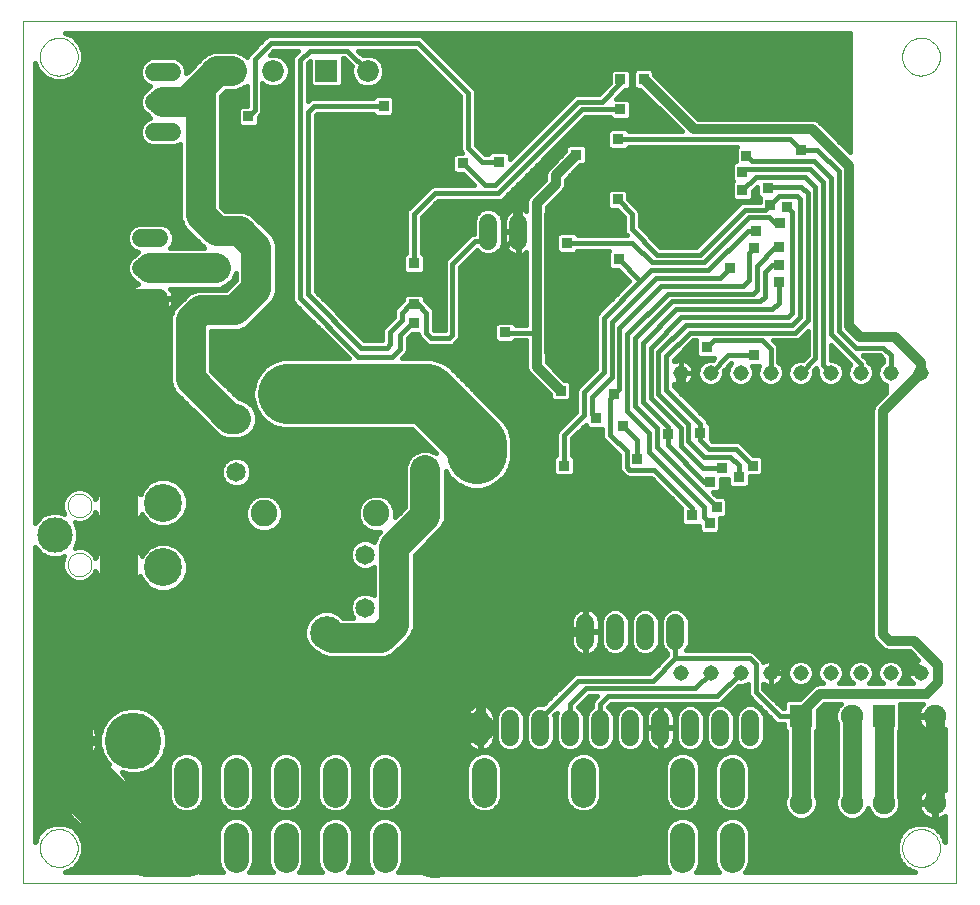
<source format=gbl>
G75*
%MOIN*%
%OFA0B0*%
%FSLAX24Y24*%
%IPPOS*%
%LPD*%
%AMOC8*
5,1,8,0,0,1.08239X$1,22.5*
%
%ADD10C,0.0000*%
%ADD11R,0.0728X0.0728*%
%ADD12C,0.0728*%
%ADD13C,0.0594*%
%ADD14C,0.0827*%
%ADD15R,0.0750X0.0750*%
%ADD16C,0.0750*%
%ADD17C,0.0600*%
%ADD18C,0.1890*%
%ADD19C,0.0886*%
%ADD20C,0.0650*%
%ADD21C,0.1122*%
%ADD22C,0.0515*%
%ADD23C,0.1266*%
%ADD24C,0.1181*%
%ADD25C,0.1502*%
%ADD26C,0.2000*%
%ADD27C,0.1250*%
%ADD28C,0.1000*%
%ADD29C,0.0100*%
%ADD30R,0.0356X0.0356*%
%ADD31C,0.0400*%
%ADD32C,0.0160*%
%ADD33C,0.0320*%
%ADD34C,0.0640*%
%ADD35C,0.0200*%
D10*
X001306Y002003D02*
X001306Y030743D01*
X032408Y030743D01*
X032408Y002003D01*
X001306Y002003D01*
X001857Y003184D02*
X001859Y003234D01*
X001865Y003284D01*
X001875Y003333D01*
X001889Y003381D01*
X001906Y003428D01*
X001927Y003473D01*
X001952Y003517D01*
X001980Y003558D01*
X002012Y003597D01*
X002046Y003634D01*
X002083Y003668D01*
X002123Y003698D01*
X002165Y003725D01*
X002209Y003749D01*
X002255Y003770D01*
X002302Y003786D01*
X002350Y003799D01*
X002400Y003808D01*
X002449Y003813D01*
X002500Y003814D01*
X002550Y003811D01*
X002599Y003804D01*
X002648Y003793D01*
X002696Y003778D01*
X002742Y003760D01*
X002787Y003738D01*
X002830Y003712D01*
X002871Y003683D01*
X002910Y003651D01*
X002946Y003616D01*
X002978Y003578D01*
X003008Y003538D01*
X003035Y003495D01*
X003058Y003451D01*
X003077Y003405D01*
X003093Y003357D01*
X003105Y003308D01*
X003113Y003259D01*
X003117Y003209D01*
X003117Y003159D01*
X003113Y003109D01*
X003105Y003060D01*
X003093Y003011D01*
X003077Y002963D01*
X003058Y002917D01*
X003035Y002873D01*
X003008Y002830D01*
X002978Y002790D01*
X002946Y002752D01*
X002910Y002717D01*
X002871Y002685D01*
X002830Y002656D01*
X002787Y002630D01*
X002742Y002608D01*
X002696Y002590D01*
X002648Y002575D01*
X002599Y002564D01*
X002550Y002557D01*
X002500Y002554D01*
X002449Y002555D01*
X002400Y002560D01*
X002350Y002569D01*
X002302Y002582D01*
X002255Y002598D01*
X002209Y002619D01*
X002165Y002643D01*
X002123Y002670D01*
X002083Y002700D01*
X002046Y002734D01*
X002012Y002771D01*
X001980Y002810D01*
X001952Y002851D01*
X001927Y002895D01*
X001906Y002940D01*
X001889Y002987D01*
X001875Y003035D01*
X001865Y003084D01*
X001859Y003134D01*
X001857Y003184D01*
X002782Y012633D02*
X002784Y012672D01*
X002790Y012711D01*
X002800Y012749D01*
X002813Y012786D01*
X002830Y012821D01*
X002850Y012855D01*
X002874Y012886D01*
X002901Y012915D01*
X002930Y012941D01*
X002962Y012964D01*
X002996Y012984D01*
X003032Y013000D01*
X003069Y013012D01*
X003108Y013021D01*
X003147Y013026D01*
X003186Y013027D01*
X003225Y013024D01*
X003264Y013017D01*
X003301Y013006D01*
X003338Y012992D01*
X003373Y012974D01*
X003406Y012953D01*
X003437Y012928D01*
X003465Y012901D01*
X003490Y012871D01*
X003512Y012838D01*
X003531Y012804D01*
X003546Y012768D01*
X003558Y012730D01*
X003566Y012692D01*
X003570Y012653D01*
X003570Y012613D01*
X003566Y012574D01*
X003558Y012536D01*
X003546Y012498D01*
X003531Y012462D01*
X003512Y012428D01*
X003490Y012395D01*
X003465Y012365D01*
X003437Y012338D01*
X003406Y012313D01*
X003373Y012292D01*
X003338Y012274D01*
X003301Y012260D01*
X003264Y012249D01*
X003225Y012242D01*
X003186Y012239D01*
X003147Y012240D01*
X003108Y012245D01*
X003069Y012254D01*
X003032Y012266D01*
X002996Y012282D01*
X002962Y012302D01*
X002930Y012325D01*
X002901Y012351D01*
X002874Y012380D01*
X002850Y012411D01*
X002830Y012445D01*
X002813Y012480D01*
X002800Y012517D01*
X002790Y012555D01*
X002784Y012594D01*
X002782Y012633D01*
X002782Y014602D02*
X002784Y014641D01*
X002790Y014680D01*
X002800Y014718D01*
X002813Y014755D01*
X002830Y014790D01*
X002850Y014824D01*
X002874Y014855D01*
X002901Y014884D01*
X002930Y014910D01*
X002962Y014933D01*
X002996Y014953D01*
X003032Y014969D01*
X003069Y014981D01*
X003108Y014990D01*
X003147Y014995D01*
X003186Y014996D01*
X003225Y014993D01*
X003264Y014986D01*
X003301Y014975D01*
X003338Y014961D01*
X003373Y014943D01*
X003406Y014922D01*
X003437Y014897D01*
X003465Y014870D01*
X003490Y014840D01*
X003512Y014807D01*
X003531Y014773D01*
X003546Y014737D01*
X003558Y014699D01*
X003566Y014661D01*
X003570Y014622D01*
X003570Y014582D01*
X003566Y014543D01*
X003558Y014505D01*
X003546Y014467D01*
X003531Y014431D01*
X003512Y014397D01*
X003490Y014364D01*
X003465Y014334D01*
X003437Y014307D01*
X003406Y014282D01*
X003373Y014261D01*
X003338Y014243D01*
X003301Y014229D01*
X003264Y014218D01*
X003225Y014211D01*
X003186Y014208D01*
X003147Y014209D01*
X003108Y014214D01*
X003069Y014223D01*
X003032Y014235D01*
X002996Y014251D01*
X002962Y014271D01*
X002930Y014294D01*
X002901Y014320D01*
X002874Y014349D01*
X002850Y014380D01*
X002830Y014414D01*
X002813Y014449D01*
X002800Y014486D01*
X002790Y014524D01*
X002784Y014563D01*
X002782Y014602D01*
X001857Y029562D02*
X001859Y029612D01*
X001865Y029662D01*
X001875Y029711D01*
X001889Y029759D01*
X001906Y029806D01*
X001927Y029851D01*
X001952Y029895D01*
X001980Y029936D01*
X002012Y029975D01*
X002046Y030012D01*
X002083Y030046D01*
X002123Y030076D01*
X002165Y030103D01*
X002209Y030127D01*
X002255Y030148D01*
X002302Y030164D01*
X002350Y030177D01*
X002400Y030186D01*
X002449Y030191D01*
X002500Y030192D01*
X002550Y030189D01*
X002599Y030182D01*
X002648Y030171D01*
X002696Y030156D01*
X002742Y030138D01*
X002787Y030116D01*
X002830Y030090D01*
X002871Y030061D01*
X002910Y030029D01*
X002946Y029994D01*
X002978Y029956D01*
X003008Y029916D01*
X003035Y029873D01*
X003058Y029829D01*
X003077Y029783D01*
X003093Y029735D01*
X003105Y029686D01*
X003113Y029637D01*
X003117Y029587D01*
X003117Y029537D01*
X003113Y029487D01*
X003105Y029438D01*
X003093Y029389D01*
X003077Y029341D01*
X003058Y029295D01*
X003035Y029251D01*
X003008Y029208D01*
X002978Y029168D01*
X002946Y029130D01*
X002910Y029095D01*
X002871Y029063D01*
X002830Y029034D01*
X002787Y029008D01*
X002742Y028986D01*
X002696Y028968D01*
X002648Y028953D01*
X002599Y028942D01*
X002550Y028935D01*
X002500Y028932D01*
X002449Y028933D01*
X002400Y028938D01*
X002350Y028947D01*
X002302Y028960D01*
X002255Y028976D01*
X002209Y028997D01*
X002165Y029021D01*
X002123Y029048D01*
X002083Y029078D01*
X002046Y029112D01*
X002012Y029149D01*
X001980Y029188D01*
X001952Y029229D01*
X001927Y029273D01*
X001906Y029318D01*
X001889Y029365D01*
X001875Y029413D01*
X001865Y029462D01*
X001859Y029512D01*
X001857Y029562D01*
X030597Y029562D02*
X030599Y029612D01*
X030605Y029662D01*
X030615Y029711D01*
X030629Y029759D01*
X030646Y029806D01*
X030667Y029851D01*
X030692Y029895D01*
X030720Y029936D01*
X030752Y029975D01*
X030786Y030012D01*
X030823Y030046D01*
X030863Y030076D01*
X030905Y030103D01*
X030949Y030127D01*
X030995Y030148D01*
X031042Y030164D01*
X031090Y030177D01*
X031140Y030186D01*
X031189Y030191D01*
X031240Y030192D01*
X031290Y030189D01*
X031339Y030182D01*
X031388Y030171D01*
X031436Y030156D01*
X031482Y030138D01*
X031527Y030116D01*
X031570Y030090D01*
X031611Y030061D01*
X031650Y030029D01*
X031686Y029994D01*
X031718Y029956D01*
X031748Y029916D01*
X031775Y029873D01*
X031798Y029829D01*
X031817Y029783D01*
X031833Y029735D01*
X031845Y029686D01*
X031853Y029637D01*
X031857Y029587D01*
X031857Y029537D01*
X031853Y029487D01*
X031845Y029438D01*
X031833Y029389D01*
X031817Y029341D01*
X031798Y029295D01*
X031775Y029251D01*
X031748Y029208D01*
X031718Y029168D01*
X031686Y029130D01*
X031650Y029095D01*
X031611Y029063D01*
X031570Y029034D01*
X031527Y029008D01*
X031482Y028986D01*
X031436Y028968D01*
X031388Y028953D01*
X031339Y028942D01*
X031290Y028935D01*
X031240Y028932D01*
X031189Y028933D01*
X031140Y028938D01*
X031090Y028947D01*
X031042Y028960D01*
X030995Y028976D01*
X030949Y028997D01*
X030905Y029021D01*
X030863Y029048D01*
X030823Y029078D01*
X030786Y029112D01*
X030752Y029149D01*
X030720Y029188D01*
X030692Y029229D01*
X030667Y029273D01*
X030646Y029318D01*
X030629Y029365D01*
X030615Y029413D01*
X030605Y029462D01*
X030599Y029512D01*
X030597Y029562D01*
X030597Y003184D02*
X030599Y003234D01*
X030605Y003284D01*
X030615Y003333D01*
X030629Y003381D01*
X030646Y003428D01*
X030667Y003473D01*
X030692Y003517D01*
X030720Y003558D01*
X030752Y003597D01*
X030786Y003634D01*
X030823Y003668D01*
X030863Y003698D01*
X030905Y003725D01*
X030949Y003749D01*
X030995Y003770D01*
X031042Y003786D01*
X031090Y003799D01*
X031140Y003808D01*
X031189Y003813D01*
X031240Y003814D01*
X031290Y003811D01*
X031339Y003804D01*
X031388Y003793D01*
X031436Y003778D01*
X031482Y003760D01*
X031527Y003738D01*
X031570Y003712D01*
X031611Y003683D01*
X031650Y003651D01*
X031686Y003616D01*
X031718Y003578D01*
X031748Y003538D01*
X031775Y003495D01*
X031798Y003451D01*
X031817Y003405D01*
X031833Y003357D01*
X031845Y003308D01*
X031853Y003259D01*
X031857Y003209D01*
X031857Y003159D01*
X031853Y003109D01*
X031845Y003060D01*
X031833Y003011D01*
X031817Y002963D01*
X031798Y002917D01*
X031775Y002873D01*
X031748Y002830D01*
X031718Y002790D01*
X031686Y002752D01*
X031650Y002717D01*
X031611Y002685D01*
X031570Y002656D01*
X031527Y002630D01*
X031482Y002608D01*
X031436Y002590D01*
X031388Y002575D01*
X031339Y002564D01*
X031290Y002557D01*
X031240Y002554D01*
X031189Y002555D01*
X031140Y002560D01*
X031090Y002569D01*
X031042Y002582D01*
X030995Y002598D01*
X030949Y002619D01*
X030905Y002643D01*
X030863Y002670D01*
X030823Y002700D01*
X030786Y002734D01*
X030752Y002771D01*
X030720Y002810D01*
X030692Y002851D01*
X030667Y002895D01*
X030646Y002940D01*
X030629Y002987D01*
X030615Y003035D01*
X030605Y003084D01*
X030599Y003134D01*
X030597Y003184D01*
D11*
X014702Y015771D03*
X011408Y029082D03*
X008258Y029082D03*
D12*
X009636Y029082D03*
X012786Y029082D03*
X016080Y015771D03*
D13*
X006259Y027061D02*
X005666Y027061D01*
X005666Y028061D02*
X006259Y028061D01*
X006259Y029061D02*
X005666Y029061D01*
D14*
X006743Y005792D02*
X006743Y004965D01*
X006743Y003626D02*
X006743Y002800D01*
X008396Y002800D02*
X008396Y003626D01*
X008396Y004965D02*
X008396Y005792D01*
X010050Y005792D02*
X010050Y004965D01*
X010050Y003626D02*
X010050Y002800D01*
X011703Y002800D02*
X011703Y003626D01*
X011703Y004965D02*
X011703Y005792D01*
X013357Y005792D02*
X013357Y004965D01*
X013357Y003626D02*
X013357Y002800D01*
X015011Y002800D02*
X015011Y003626D01*
X015011Y004965D02*
X015011Y005792D01*
X016664Y005792D02*
X016664Y004965D01*
X016664Y003626D02*
X016664Y002800D01*
X018318Y002800D02*
X018318Y003626D01*
X018318Y004965D02*
X018318Y005792D01*
X019971Y005792D02*
X019971Y004965D01*
X019971Y003626D02*
X019971Y002800D01*
X021625Y002800D02*
X021625Y003626D01*
X021625Y004965D02*
X021625Y005792D01*
X023278Y005792D02*
X023278Y004965D01*
X023278Y003626D02*
X023278Y002800D01*
X024932Y002800D02*
X024932Y003626D01*
X024932Y004965D02*
X024932Y005792D01*
D15*
X027228Y007587D03*
X029984Y007587D03*
D16*
X028928Y007587D03*
X031684Y007587D03*
X031684Y004687D03*
X029984Y004687D03*
X028928Y004687D03*
X027228Y004687D03*
D17*
X025536Y006893D02*
X025536Y007493D01*
X024536Y007493D02*
X024536Y006893D01*
X023536Y006893D02*
X023536Y007493D01*
X022536Y007493D02*
X022536Y006893D01*
X021536Y006893D02*
X021536Y007493D01*
X020536Y007493D02*
X020536Y006893D01*
X019536Y006893D02*
X019536Y007493D01*
X018536Y007493D02*
X018536Y006893D01*
X017536Y006893D02*
X017536Y007493D01*
X016536Y007493D02*
X016536Y006893D01*
X020036Y010093D02*
X020036Y010693D01*
X021036Y010693D02*
X021036Y010093D01*
X022036Y010093D02*
X022036Y010693D01*
X023036Y010693D02*
X023036Y010093D01*
X017806Y023432D02*
X017806Y024032D01*
X016806Y024032D02*
X016806Y023432D01*
X005844Y023513D02*
X005244Y023513D01*
X005244Y022513D02*
X005844Y022513D01*
X005844Y021513D02*
X005244Y021513D01*
D18*
X004964Y006767D03*
X003782Y004917D03*
X002641Y006767D03*
D19*
X009329Y014341D03*
X013070Y014341D03*
X007725Y022513D03*
D20*
X008404Y017491D03*
X008404Y015719D03*
X012696Y012963D03*
X012696Y011192D03*
D21*
X011416Y010365D03*
X009684Y018318D03*
D22*
X023213Y019027D03*
X024213Y019027D03*
X025213Y019027D03*
X026213Y019027D03*
X027213Y019027D03*
X028213Y019027D03*
X029213Y019027D03*
X030213Y019027D03*
X031213Y019027D03*
X031213Y009027D03*
X030213Y009027D03*
X029213Y009027D03*
X028213Y009027D03*
X027213Y009027D03*
X026213Y009027D03*
X025213Y009027D03*
X024213Y009027D03*
X023213Y009027D03*
D23*
X005971Y012535D03*
X004495Y012633D03*
X004495Y014602D03*
X005971Y014700D03*
D24*
X002369Y013618D03*
D25*
X002999Y016649D03*
X006345Y016649D03*
X006345Y010586D03*
X002999Y010586D03*
D26*
X002641Y010228D01*
X002641Y006767D01*
X002641Y006058D01*
X002656Y006033D02*
X005476Y003213D01*
X006736Y003213D01*
X007336Y007333D02*
X006345Y008324D01*
X006345Y010586D01*
X002999Y010586D01*
X007336Y007333D02*
X011036Y007333D01*
X015011Y007333D01*
X015011Y007193D01*
X015011Y005378D01*
X015006Y006033D02*
X015006Y003213D01*
X015026Y003193D01*
X015011Y003213D02*
X016664Y003213D01*
X018318Y003213D01*
X018318Y005378D01*
X018318Y003213D02*
X019971Y003213D01*
X021625Y003213D01*
X021625Y005378D01*
X016416Y016313D02*
X016416Y016663D01*
X014756Y018323D01*
X010126Y018323D01*
X006345Y016649D02*
X005146Y016649D01*
X005146Y020813D01*
X006345Y016649D02*
X002999Y016649D01*
D27*
X004495Y016649D01*
X004495Y014602D01*
X004495Y012633D01*
X004495Y010586D01*
X002999Y010586D01*
D28*
X008198Y017491D02*
X008404Y017491D01*
X008198Y017491D02*
X006886Y018803D01*
X006886Y020773D01*
X007216Y021103D01*
X008356Y021103D01*
X009076Y021823D01*
X009076Y023193D01*
X008526Y023743D01*
X007746Y023743D01*
X007216Y024273D01*
X007216Y028523D01*
X006753Y028061D01*
X005963Y028061D01*
X007216Y028523D02*
X007775Y029082D01*
X008258Y029082D01*
X007725Y022513D02*
X005544Y022513D01*
X005646Y021303D02*
X005646Y020813D01*
X005146Y020813D01*
X013666Y013223D02*
X014702Y014259D01*
X014702Y015771D01*
X013666Y013223D02*
X013666Y010623D01*
X013226Y010183D01*
X013026Y010183D01*
X011586Y010183D01*
X011406Y010363D01*
X015011Y007193D02*
X016536Y007193D01*
D29*
X006096Y021303D02*
X005646Y021303D01*
X005544Y021513D02*
X005544Y021523D01*
X005096Y021523D01*
X005544Y021523D02*
X006096Y021523D01*
X006096Y021303D01*
D30*
X004346Y023473D03*
X002536Y025223D03*
X004926Y027753D03*
X001986Y028423D03*
X008276Y028063D03*
X008806Y027573D03*
X008516Y025793D03*
X011296Y026523D03*
X011176Y028343D03*
X013316Y027923D03*
X015966Y026003D03*
X017156Y026053D03*
X017286Y027293D03*
X018516Y025653D03*
X019716Y025273D03*
X019736Y026293D03*
X021136Y026813D03*
X021196Y027803D03*
X021206Y028803D03*
X021986Y028813D03*
X022246Y027433D03*
X021526Y025613D03*
X021116Y024803D03*
X019436Y023353D03*
X019356Y022313D03*
X021146Y022803D03*
X020196Y020533D03*
X019216Y018433D03*
X020406Y017513D03*
X021306Y017253D03*
X021776Y016153D03*
X020636Y016093D03*
X019326Y015933D03*
X021676Y013593D03*
X023596Y014273D03*
X024186Y014023D03*
X024416Y014543D03*
X024206Y015393D03*
X024606Y015843D03*
X025156Y015543D03*
X025616Y015933D03*
X026146Y015463D03*
X028156Y013983D03*
X029206Y012133D03*
X030666Y009583D03*
X031026Y006223D03*
X028066Y006263D03*
X026436Y007203D03*
X025636Y004313D03*
X029566Y003263D03*
X023936Y011323D03*
X029086Y016033D03*
X029486Y018123D03*
X025666Y019603D03*
X024096Y019873D03*
X023866Y017023D03*
X022786Y016993D03*
X020996Y018303D03*
X017366Y020373D03*
X016666Y018533D03*
X014316Y020043D03*
X014316Y020683D03*
X014326Y021303D03*
X014326Y022673D03*
X012606Y024343D03*
X012196Y020853D03*
X008346Y019433D03*
X010876Y015513D03*
X013866Y015063D03*
X014246Y013893D03*
X013656Y011943D03*
X013026Y010183D03*
X011036Y009163D03*
X016136Y011613D03*
X017896Y012643D03*
X018466Y008313D03*
X007786Y014883D03*
X004106Y019203D03*
X002026Y021423D03*
X016006Y022413D03*
X016196Y024493D03*
X018626Y029523D03*
X016046Y029743D03*
X023916Y024463D03*
X025276Y025103D03*
X025276Y025723D03*
X025406Y026263D03*
X026116Y025183D03*
X026206Y024633D03*
X026756Y024543D03*
X026536Y024003D03*
X026506Y023213D03*
X026486Y022633D03*
X026496Y022063D03*
X025656Y023193D03*
X025736Y023763D03*
X024856Y022513D03*
X027226Y026453D03*
X026976Y029523D03*
X024426Y028733D03*
D31*
X005544Y021513D02*
X005486Y021571D01*
X005486Y021613D01*
X004376Y021613D01*
X004376Y021383D01*
X004376Y021193D01*
X004646Y021383D02*
X004646Y020783D01*
X004346Y020483D01*
X004346Y023473D01*
X005096Y021523D02*
X004346Y020773D01*
X004646Y021383D02*
X005414Y021383D01*
X005544Y021513D01*
X011036Y009163D02*
X011036Y007333D01*
D32*
X011367Y006295D02*
X011200Y006128D01*
X011110Y005910D01*
X011110Y004847D01*
X011200Y004629D01*
X011367Y004462D01*
X011585Y004372D01*
X011821Y004372D01*
X012040Y004462D01*
X012206Y004629D01*
X012297Y004847D01*
X012297Y005910D01*
X012206Y006128D01*
X012040Y006295D01*
X011821Y006385D01*
X011585Y006385D01*
X011367Y006295D01*
X011355Y006283D02*
X010398Y006283D01*
X010386Y006295D02*
X010168Y006385D01*
X009932Y006385D01*
X009714Y006295D01*
X009547Y006128D01*
X009456Y005910D01*
X009456Y004847D01*
X009547Y004629D01*
X009714Y004462D01*
X009932Y004372D01*
X010168Y004372D01*
X010386Y004462D01*
X010553Y004629D01*
X010643Y004847D01*
X010643Y005910D01*
X010553Y006128D01*
X010386Y006295D01*
X010554Y006124D02*
X011199Y006124D01*
X011133Y005966D02*
X010620Y005966D01*
X010643Y005807D02*
X011110Y005807D01*
X011110Y005649D02*
X010643Y005649D01*
X010643Y005490D02*
X011110Y005490D01*
X011110Y005332D02*
X010643Y005332D01*
X010643Y005173D02*
X011110Y005173D01*
X011110Y005015D02*
X010643Y005015D01*
X010643Y004856D02*
X011110Y004856D01*
X011172Y004698D02*
X010581Y004698D01*
X010463Y004539D02*
X011290Y004539D01*
X011563Y004381D02*
X010190Y004381D01*
X010168Y004220D02*
X009932Y004220D01*
X009714Y004129D01*
X009547Y003963D01*
X009456Y003744D01*
X009456Y002682D01*
X009547Y002464D01*
X009613Y002397D01*
X008833Y002397D01*
X008899Y002464D01*
X008990Y002682D01*
X008990Y003744D01*
X008899Y003963D01*
X008732Y004129D01*
X008514Y004220D01*
X008278Y004220D01*
X008060Y004129D01*
X007893Y003963D01*
X007803Y003744D01*
X007803Y002682D01*
X007893Y002464D01*
X007960Y002397D01*
X007179Y002397D01*
X007195Y002413D01*
X007250Y002489D01*
X007293Y002572D01*
X007322Y002661D01*
X007336Y002753D01*
X007336Y003155D01*
X006801Y003155D01*
X006801Y003271D01*
X007336Y003271D01*
X007336Y003673D01*
X007322Y003765D01*
X007293Y003854D01*
X007250Y003937D01*
X007195Y004013D01*
X007129Y004079D01*
X007054Y004134D01*
X006971Y004176D01*
X006882Y004205D01*
X006801Y004218D01*
X006801Y003271D01*
X006685Y003271D01*
X006685Y004218D01*
X006604Y004205D01*
X006515Y004176D01*
X006432Y004134D01*
X006356Y004079D01*
X006290Y004013D01*
X006235Y003937D01*
X006193Y003854D01*
X006164Y003765D01*
X006149Y003673D01*
X006149Y003271D01*
X006685Y003271D01*
X006685Y003155D01*
X006149Y003155D01*
X006149Y002753D01*
X006164Y002661D01*
X006193Y002572D01*
X006235Y002489D01*
X006290Y002413D01*
X006306Y002397D01*
X002703Y002397D01*
X002946Y002498D01*
X003174Y002726D01*
X003297Y003023D01*
X003297Y003346D01*
X003174Y003643D01*
X002946Y003871D01*
X002648Y003994D01*
X002326Y003994D01*
X002028Y003871D01*
X001801Y003643D01*
X001700Y003400D01*
X001700Y006150D01*
X001722Y006115D01*
X001801Y006016D01*
X001890Y005927D01*
X001989Y005848D01*
X002096Y005781D01*
X002210Y005726D01*
X002329Y005684D01*
X002452Y005656D01*
X002561Y005644D01*
X002561Y006687D01*
X002721Y006687D01*
X002721Y006847D01*
X003764Y006847D01*
X003751Y006956D01*
X003723Y007079D01*
X003682Y007198D01*
X003627Y007312D01*
X003560Y007419D01*
X003481Y007518D01*
X003391Y007607D01*
X003293Y007686D01*
X003186Y007753D01*
X003072Y007808D01*
X002953Y007850D01*
X002829Y007878D01*
X002721Y007890D01*
X002721Y006847D01*
X002561Y006847D01*
X002561Y007890D01*
X002452Y007878D01*
X002329Y007850D01*
X002210Y007808D01*
X002096Y007753D01*
X001989Y007686D01*
X001890Y007607D01*
X001801Y007518D01*
X001722Y007419D01*
X001700Y007384D01*
X001700Y013220D01*
X001716Y013181D01*
X001933Y012964D01*
X002216Y012847D01*
X002522Y012847D01*
X002669Y012908D01*
X002602Y012747D01*
X002602Y012519D01*
X002690Y012308D01*
X002851Y012147D01*
X003062Y012060D01*
X003290Y012060D01*
X003501Y012147D01*
X003663Y012308D01*
X003710Y012422D01*
X003724Y012371D01*
X003764Y012273D01*
X003818Y012181D01*
X003882Y012096D01*
X003958Y012021D01*
X004042Y011956D01*
X004135Y011902D01*
X004233Y011862D01*
X004336Y011834D01*
X004415Y011824D01*
X004415Y012553D01*
X004575Y012553D01*
X004575Y011824D01*
X004654Y011834D01*
X004757Y011862D01*
X004855Y011902D01*
X004948Y011956D01*
X005032Y012021D01*
X005108Y012096D01*
X005173Y012181D01*
X005211Y012247D01*
X005282Y012074D01*
X005511Y011846D01*
X005810Y011722D01*
X006133Y011722D01*
X006432Y011846D01*
X006661Y012074D01*
X006785Y012373D01*
X006785Y012697D01*
X006661Y012995D01*
X006432Y013224D01*
X006133Y013348D01*
X005810Y013348D01*
X005511Y013224D01*
X005282Y012995D01*
X005254Y012927D01*
X005226Y012994D01*
X005173Y013086D01*
X005108Y013170D01*
X005032Y013246D01*
X004948Y013311D01*
X004855Y013364D01*
X004757Y013405D01*
X004654Y013432D01*
X004575Y013443D01*
X004575Y012713D01*
X004415Y012713D01*
X004415Y013443D01*
X004336Y013432D01*
X004233Y013405D01*
X004135Y013364D01*
X004042Y013311D01*
X003958Y013246D01*
X003882Y013170D01*
X003818Y013086D01*
X003764Y012994D01*
X003724Y012895D01*
X003710Y012844D01*
X003663Y012958D01*
X003501Y013120D01*
X003290Y013207D01*
X003062Y013207D01*
X003027Y013192D01*
X003140Y013464D01*
X003140Y013771D01*
X003027Y014043D01*
X003062Y014028D01*
X003290Y014028D01*
X003501Y014115D01*
X003663Y014277D01*
X003710Y014391D01*
X003724Y014340D01*
X003764Y014241D01*
X003818Y014149D01*
X003882Y014065D01*
X003958Y013989D01*
X004042Y013924D01*
X004135Y013871D01*
X004233Y013830D01*
X004336Y013803D01*
X004415Y013792D01*
X004415Y014522D01*
X004575Y014522D01*
X004575Y013792D01*
X004654Y013803D01*
X004757Y013830D01*
X004855Y013871D01*
X004948Y013924D01*
X005032Y013989D01*
X005108Y014065D01*
X005173Y014149D01*
X005226Y014241D01*
X005254Y014308D01*
X005282Y014240D01*
X005511Y014011D01*
X005810Y013887D01*
X006133Y013887D01*
X006432Y014011D01*
X006661Y014240D01*
X006785Y014538D01*
X006785Y014862D01*
X006661Y015161D01*
X006432Y015389D01*
X006133Y015513D01*
X005810Y015513D01*
X005511Y015389D01*
X005282Y015161D01*
X005211Y014988D01*
X005173Y015054D01*
X005108Y015139D01*
X005032Y015214D01*
X004948Y015279D01*
X004855Y015333D01*
X004757Y015373D01*
X004654Y015401D01*
X004575Y015411D01*
X004575Y014682D01*
X004415Y014682D01*
X004415Y015411D01*
X004336Y015401D01*
X004233Y015373D01*
X004135Y015333D01*
X004042Y015279D01*
X003958Y015214D01*
X003882Y015139D01*
X003818Y015054D01*
X003764Y014962D01*
X003724Y014864D01*
X003710Y014813D01*
X003663Y014927D01*
X003501Y015088D01*
X003290Y015175D01*
X003062Y015175D01*
X002851Y015088D01*
X002690Y014927D01*
X002602Y014716D01*
X002602Y014488D01*
X002669Y014327D01*
X002522Y014388D01*
X002216Y014388D01*
X001933Y014271D01*
X001716Y014054D01*
X001700Y014015D01*
X001700Y029347D01*
X001801Y029104D01*
X002028Y028876D01*
X002326Y028752D01*
X002648Y028752D01*
X002946Y028876D01*
X003174Y029104D01*
X003297Y029401D01*
X003297Y029723D01*
X003174Y030021D01*
X002946Y030249D01*
X002703Y030350D01*
X028865Y030350D01*
X028865Y026375D01*
X027894Y027346D01*
X027799Y027442D01*
X027674Y027493D01*
X023787Y027493D01*
X022344Y028936D01*
X022344Y029066D01*
X022239Y029171D01*
X021733Y029171D01*
X021628Y029066D01*
X021628Y028561D01*
X021733Y028455D01*
X021863Y028455D01*
X023245Y027073D01*
X021487Y027073D01*
X021389Y027171D01*
X020883Y027171D01*
X020778Y027066D01*
X020778Y026561D01*
X020883Y026455D01*
X021389Y026455D01*
X021487Y026553D01*
X025085Y026553D01*
X025048Y026516D01*
X025048Y026081D01*
X025023Y026081D01*
X024918Y025976D01*
X024918Y025471D01*
X024975Y025413D01*
X024918Y025356D01*
X024918Y024851D01*
X025023Y024745D01*
X025529Y024745D01*
X025634Y024851D01*
X025634Y025094D01*
X025758Y025218D01*
X025758Y024931D01*
X025848Y024841D01*
X025848Y024723D01*
X025294Y024723D01*
X025199Y024684D01*
X025126Y024611D01*
X023738Y023223D01*
X022544Y023223D01*
X021846Y023921D01*
X021846Y024385D01*
X021807Y024481D01*
X021733Y024554D01*
X021474Y024813D01*
X021474Y025056D01*
X021369Y025161D01*
X020863Y025161D01*
X020758Y025056D01*
X020758Y024551D01*
X020863Y024445D01*
X021107Y024445D01*
X021326Y024226D01*
X021326Y023762D01*
X021366Y023666D01*
X021418Y023613D01*
X019787Y023613D01*
X019689Y023711D01*
X019183Y023711D01*
X019078Y023606D01*
X019078Y023101D01*
X019183Y022995D01*
X019689Y022995D01*
X019787Y023093D01*
X020825Y023093D01*
X020788Y023056D01*
X020788Y022551D01*
X020893Y022445D01*
X021137Y022445D01*
X021503Y022078D01*
X020509Y021084D01*
X020509Y021084D01*
X020436Y021011D01*
X020396Y020915D01*
X020396Y019151D01*
X020254Y019009D01*
X020159Y018914D01*
X019776Y018531D01*
X019736Y018435D01*
X019736Y017721D01*
X019106Y017091D01*
X019066Y016995D01*
X019066Y016284D01*
X018968Y016186D01*
X018968Y015681D01*
X019073Y015575D01*
X019579Y015575D01*
X019684Y015681D01*
X019684Y016186D01*
X019586Y016284D01*
X019586Y016836D01*
X020048Y017298D01*
X020048Y017261D01*
X020153Y017155D01*
X020596Y017155D01*
X020596Y016912D01*
X020636Y016816D01*
X021156Y016296D01*
X021156Y015832D01*
X021196Y015736D01*
X021286Y015646D01*
X021359Y015573D01*
X021454Y015533D01*
X022228Y015533D01*
X023238Y014524D01*
X023238Y014021D01*
X023343Y013915D01*
X023828Y013915D01*
X023828Y013771D01*
X023933Y013665D01*
X024439Y013665D01*
X024544Y013771D01*
X024544Y014185D01*
X024669Y014185D01*
X024774Y014291D01*
X024774Y014796D01*
X024669Y014901D01*
X024436Y014901D01*
X024302Y015035D01*
X024459Y015035D01*
X024564Y015141D01*
X024564Y015485D01*
X024798Y015485D01*
X024798Y015291D01*
X024903Y015185D01*
X025409Y015185D01*
X025514Y015291D01*
X025514Y015575D01*
X025869Y015575D01*
X025974Y015681D01*
X025974Y016186D01*
X025869Y016291D01*
X025626Y016291D01*
X025277Y016641D01*
X025203Y016714D01*
X025108Y016753D01*
X024274Y016753D01*
X024224Y016803D01*
X024224Y017276D01*
X024126Y017374D01*
X024126Y017385D01*
X024087Y017481D01*
X024013Y017554D01*
X022996Y018571D01*
X022996Y018646D01*
X022997Y018646D01*
X022996Y018646D02*
X023045Y018621D01*
X023111Y018600D01*
X023179Y018589D01*
X023213Y018589D01*
X023213Y019027D01*
X023213Y019464D01*
X023179Y019464D01*
X023111Y019453D01*
X023045Y019432D01*
X022996Y019407D01*
X022996Y019466D01*
X023634Y020103D01*
X023738Y020103D01*
X023738Y019621D01*
X023843Y019515D01*
X024334Y019515D01*
X024283Y019464D01*
X024126Y019464D01*
X023966Y019397D01*
X023842Y019274D01*
X023776Y019114D01*
X023776Y018940D01*
X023842Y018779D01*
X023966Y018656D01*
X024126Y018589D01*
X024300Y018589D01*
X024461Y018656D01*
X024584Y018779D01*
X024651Y018940D01*
X024651Y019096D01*
X024898Y019343D01*
X024911Y019343D01*
X024842Y019274D01*
X024776Y019114D01*
X024776Y018940D01*
X024842Y018779D01*
X024966Y018656D01*
X025126Y018589D01*
X025300Y018589D01*
X025461Y018656D01*
X025584Y018779D01*
X025651Y018940D01*
X025651Y019114D01*
X025596Y019245D01*
X025830Y019245D01*
X025776Y019114D01*
X025776Y018940D01*
X025842Y018779D01*
X025966Y018656D01*
X026126Y018589D01*
X026300Y018589D01*
X026461Y018656D01*
X026584Y018779D01*
X026651Y018940D01*
X026651Y019114D01*
X026584Y019274D01*
X026473Y019385D01*
X026473Y019878D01*
X026434Y019973D01*
X026304Y020103D01*
X027088Y020103D01*
X027183Y020143D01*
X027257Y020216D01*
X027446Y020406D01*
X027446Y019627D01*
X027283Y019464D01*
X027126Y019464D01*
X026966Y019397D01*
X026842Y019274D01*
X026776Y019114D01*
X026776Y018940D01*
X026842Y018779D01*
X026966Y018656D01*
X027126Y018589D01*
X027300Y018589D01*
X027461Y018656D01*
X027584Y018779D01*
X027651Y018940D01*
X027651Y019096D01*
X027727Y019172D01*
X027746Y019127D01*
X027776Y019096D01*
X027776Y018940D01*
X027842Y018779D01*
X027966Y018656D01*
X028126Y018589D01*
X028300Y018589D01*
X028461Y018656D01*
X028584Y018779D01*
X028651Y018940D01*
X028651Y019114D01*
X028584Y019274D01*
X028461Y019397D01*
X028300Y019464D01*
X028226Y019464D01*
X028226Y019946D01*
X028870Y019302D01*
X028842Y019274D01*
X028776Y019114D01*
X028776Y018940D01*
X028842Y018779D01*
X028966Y018656D01*
X029126Y018589D01*
X029300Y018589D01*
X029461Y018656D01*
X029584Y018779D01*
X029651Y018940D01*
X029651Y019114D01*
X029584Y019274D01*
X029468Y019391D01*
X029434Y019473D01*
X029304Y019603D01*
X029848Y019603D01*
X029953Y019498D01*
X029953Y019385D01*
X029842Y019274D01*
X029776Y019114D01*
X029776Y018940D01*
X029842Y018779D01*
X029966Y018656D01*
X030046Y018622D01*
X030046Y018340D01*
X029754Y018048D01*
X029658Y017952D01*
X029606Y017827D01*
X029606Y010246D01*
X029658Y010121D01*
X029754Y010025D01*
X029878Y009901D01*
X029974Y009805D01*
X030098Y009753D01*
X030845Y009753D01*
X031141Y009458D01*
X031111Y009453D01*
X031045Y009432D01*
X030984Y009401D01*
X030928Y009360D01*
X030880Y009312D01*
X030839Y009256D01*
X030808Y009194D01*
X030787Y009129D01*
X030776Y009061D01*
X030776Y009027D01*
X031213Y009027D01*
X031213Y009027D01*
X030776Y009027D01*
X030776Y008992D01*
X030787Y008924D01*
X030808Y008859D01*
X030839Y008797D01*
X030880Y008742D01*
X030928Y008693D01*
X030955Y008673D01*
X030479Y008673D01*
X030584Y008779D01*
X030651Y008940D01*
X030651Y009114D01*
X030584Y009274D01*
X030461Y009397D01*
X030300Y009464D01*
X030126Y009464D01*
X029966Y009397D01*
X029842Y009274D01*
X029776Y009114D01*
X029776Y008940D01*
X029842Y008779D01*
X029948Y008673D01*
X029479Y008673D01*
X029584Y008779D01*
X029651Y008940D01*
X029651Y009114D01*
X029584Y009274D01*
X029461Y009397D01*
X029300Y009464D01*
X029126Y009464D01*
X028966Y009397D01*
X028842Y009274D01*
X028776Y009114D01*
X028776Y008940D01*
X028842Y008779D01*
X028948Y008673D01*
X028479Y008673D01*
X028584Y008779D01*
X028651Y008940D01*
X028651Y009114D01*
X028584Y009274D01*
X028461Y009397D01*
X028300Y009464D01*
X028126Y009464D01*
X027966Y009397D01*
X027842Y009274D01*
X027776Y009114D01*
X027776Y008940D01*
X027842Y008779D01*
X027948Y008673D01*
X027798Y008673D01*
X027674Y008622D01*
X027194Y008142D01*
X026778Y008142D01*
X026673Y008037D01*
X026673Y007847D01*
X026620Y007847D01*
X025976Y008491D01*
X025976Y008658D01*
X025984Y008652D01*
X026045Y008621D01*
X026111Y008600D01*
X026179Y008589D01*
X026213Y008589D01*
X026213Y009027D01*
X026213Y009464D01*
X026179Y009464D01*
X026111Y009453D01*
X026045Y009432D01*
X025984Y009401D01*
X025967Y009388D01*
X025937Y009461D01*
X025737Y009661D01*
X025663Y009734D01*
X025568Y009773D01*
X023395Y009773D01*
X023443Y009821D01*
X023516Y009998D01*
X023516Y010789D01*
X023443Y010965D01*
X023308Y011100D01*
X023132Y011173D01*
X022941Y011173D01*
X022764Y011100D01*
X022629Y010965D01*
X022556Y010789D01*
X022556Y009998D01*
X022629Y009821D01*
X022764Y009686D01*
X022776Y009681D01*
X022776Y009621D01*
X022178Y009023D01*
X019754Y009023D01*
X019659Y008984D01*
X018643Y007968D01*
X018632Y007973D01*
X018441Y007973D01*
X018264Y007900D01*
X018129Y007765D01*
X018056Y007589D01*
X018056Y006798D01*
X018129Y006621D01*
X018264Y006486D01*
X018441Y006413D01*
X018632Y006413D01*
X018808Y006486D01*
X018943Y006621D01*
X019016Y006798D01*
X019016Y007589D01*
X019011Y007601D01*
X019096Y007686D01*
X019056Y007589D01*
X019056Y006798D01*
X019129Y006621D01*
X019264Y006486D01*
X019441Y006413D01*
X019632Y006413D01*
X019808Y006486D01*
X019943Y006621D01*
X020016Y006798D01*
X020016Y007589D01*
X019943Y007765D01*
X019809Y007899D01*
X020154Y008243D01*
X020418Y008243D01*
X020316Y008141D01*
X020276Y008045D01*
X020276Y007905D01*
X020264Y007900D01*
X020129Y007765D01*
X020056Y007589D01*
X020056Y006798D01*
X020129Y006621D01*
X020264Y006486D01*
X020441Y006413D01*
X020632Y006413D01*
X020808Y006486D01*
X020943Y006621D01*
X021016Y006798D01*
X021016Y007589D01*
X020943Y007765D01*
X020809Y007899D01*
X020894Y007983D01*
X024482Y007983D01*
X024577Y008023D01*
X025144Y008589D01*
X025300Y008589D01*
X025456Y008654D01*
X025456Y008332D01*
X025496Y008236D01*
X025569Y008163D01*
X026365Y007367D01*
X026461Y007327D01*
X026673Y007327D01*
X026673Y007138D01*
X026728Y007083D01*
X026728Y004930D01*
X026673Y004798D01*
X026673Y004577D01*
X026757Y004373D01*
X026913Y004217D01*
X027117Y004132D01*
X027338Y004132D01*
X027542Y004217D01*
X027698Y004373D01*
X027783Y004577D01*
X027783Y004798D01*
X027728Y004930D01*
X027728Y007083D01*
X027783Y007138D01*
X027783Y007769D01*
X028007Y007993D01*
X028549Y007993D01*
X028457Y007902D01*
X028373Y007698D01*
X028373Y007477D01*
X028428Y007344D01*
X028428Y004930D01*
X028373Y004798D01*
X028373Y004577D01*
X028457Y004373D01*
X028613Y004217D01*
X028817Y004132D01*
X029038Y004132D01*
X029242Y004217D01*
X029398Y004373D01*
X029456Y004511D01*
X029513Y004373D01*
X029669Y004217D01*
X029873Y004132D01*
X030094Y004132D01*
X030298Y004217D01*
X030454Y004373D01*
X030539Y004577D01*
X030539Y004798D01*
X030484Y004930D01*
X030484Y007083D01*
X030539Y007138D01*
X030539Y007993D01*
X031305Y007993D01*
X031260Y007949D01*
X031209Y007878D01*
X031169Y007800D01*
X031142Y007717D01*
X031129Y007631D01*
X031129Y007620D01*
X031651Y007620D01*
X031651Y007555D01*
X031129Y007555D01*
X031129Y007544D01*
X031142Y007457D01*
X031169Y007374D01*
X031209Y007296D01*
X031260Y007226D01*
X031322Y007164D01*
X031393Y007113D01*
X031471Y007073D01*
X031554Y007046D01*
X031640Y007032D01*
X031651Y007032D01*
X031651Y007555D01*
X031716Y007555D01*
X031716Y007032D01*
X031727Y007032D01*
X031814Y007046D01*
X031897Y007073D01*
X031975Y007113D01*
X032015Y007142D01*
X032015Y005133D01*
X031975Y005162D01*
X031897Y005202D01*
X031814Y005229D01*
X031727Y005242D01*
X031716Y005242D01*
X031716Y004720D01*
X031651Y004720D01*
X031651Y005242D01*
X031640Y005242D01*
X031554Y005229D01*
X031471Y005202D01*
X031393Y005162D01*
X031322Y005111D01*
X031260Y005049D01*
X031209Y004978D01*
X031169Y004900D01*
X031142Y004817D01*
X031129Y004731D01*
X031129Y004720D01*
X031651Y004720D01*
X031651Y004655D01*
X031129Y004655D01*
X031129Y004644D01*
X031142Y004557D01*
X031169Y004474D01*
X031209Y004396D01*
X031260Y004326D01*
X031322Y004264D01*
X031393Y004213D01*
X031471Y004173D01*
X031554Y004146D01*
X031640Y004132D01*
X031651Y004132D01*
X031651Y004655D01*
X031716Y004655D01*
X031716Y004132D01*
X031727Y004132D01*
X031814Y004146D01*
X031897Y004173D01*
X031975Y004213D01*
X032015Y004242D01*
X032015Y003400D01*
X031914Y003643D01*
X031686Y003871D01*
X031388Y003994D01*
X031066Y003994D01*
X030769Y003871D01*
X030541Y003643D01*
X030417Y003346D01*
X030417Y003023D01*
X030541Y002726D01*
X030769Y002498D01*
X031012Y002397D01*
X025368Y002397D01*
X025435Y002464D01*
X025525Y002682D01*
X025525Y003744D01*
X025435Y003963D01*
X025268Y004129D01*
X025050Y004220D01*
X024814Y004220D01*
X024596Y004129D01*
X024429Y003963D01*
X024338Y003744D01*
X024338Y002682D01*
X024429Y002464D01*
X024495Y002397D01*
X023715Y002397D01*
X023781Y002464D01*
X023872Y002682D01*
X023872Y003744D01*
X023781Y003963D01*
X023614Y004129D01*
X023396Y004220D01*
X023160Y004220D01*
X022942Y004129D01*
X022775Y003963D01*
X022685Y003744D01*
X022685Y002682D01*
X022775Y002464D01*
X022842Y002397D01*
X022061Y002397D01*
X022077Y002413D01*
X022132Y002489D01*
X022175Y002572D01*
X022203Y002661D01*
X022218Y002753D01*
X022218Y003155D01*
X021682Y003155D01*
X021682Y003271D01*
X021567Y003271D01*
X021567Y004218D01*
X021486Y004205D01*
X021397Y004176D01*
X021314Y004134D01*
X021238Y004079D01*
X021172Y004013D01*
X021117Y003937D01*
X021075Y003854D01*
X021046Y003765D01*
X021031Y003673D01*
X021031Y003271D01*
X021567Y003271D01*
X021567Y003155D01*
X021031Y003155D01*
X021031Y002753D01*
X021046Y002661D01*
X021075Y002572D01*
X021117Y002489D01*
X021172Y002413D01*
X021188Y002397D01*
X020408Y002397D01*
X020424Y002413D01*
X020479Y002489D01*
X020521Y002572D01*
X020550Y002661D01*
X020565Y002753D01*
X020565Y003155D01*
X020029Y003155D01*
X020029Y003271D01*
X019913Y003271D01*
X019913Y003155D01*
X019378Y003155D01*
X019378Y002753D01*
X019392Y002661D01*
X019421Y002572D01*
X019464Y002489D01*
X019519Y002413D01*
X019535Y002397D01*
X018754Y002397D01*
X018770Y002413D01*
X018825Y002489D01*
X018868Y002572D01*
X018896Y002661D01*
X018911Y002753D01*
X018911Y003155D01*
X018375Y003155D01*
X018375Y003271D01*
X018260Y003271D01*
X018260Y004218D01*
X018179Y004205D01*
X018090Y004176D01*
X018007Y004134D01*
X017931Y004079D01*
X017865Y004013D01*
X017810Y003937D01*
X017768Y003854D01*
X017739Y003765D01*
X017724Y003673D01*
X017724Y003271D01*
X018260Y003271D01*
X018260Y003155D01*
X017724Y003155D01*
X017724Y002753D01*
X017739Y002661D01*
X017768Y002572D01*
X017810Y002489D01*
X017865Y002413D01*
X017881Y002397D01*
X017101Y002397D01*
X017117Y002413D01*
X017172Y002489D01*
X017214Y002572D01*
X017243Y002661D01*
X017257Y002753D01*
X017257Y003155D01*
X016722Y003155D01*
X016722Y003271D01*
X016606Y003271D01*
X016606Y003155D01*
X016071Y003155D01*
X016071Y002753D01*
X016085Y002661D01*
X016114Y002572D01*
X016157Y002489D01*
X016211Y002413D01*
X016227Y002397D01*
X015447Y002397D01*
X015463Y002413D01*
X015518Y002489D01*
X015560Y002572D01*
X015589Y002661D01*
X015604Y002753D01*
X015604Y003155D01*
X015068Y003155D01*
X015068Y003271D01*
X014953Y003271D01*
X014953Y004218D01*
X014872Y004205D01*
X014783Y004176D01*
X014700Y004134D01*
X014624Y004079D01*
X014558Y004013D01*
X014503Y003937D01*
X014461Y003854D01*
X014432Y003765D01*
X014417Y003673D01*
X014417Y003271D01*
X014953Y003271D01*
X014953Y003155D01*
X014417Y003155D01*
X014417Y002753D01*
X014432Y002661D01*
X014461Y002572D01*
X014503Y002489D01*
X014558Y002413D01*
X014574Y002397D01*
X013794Y002397D01*
X013860Y002464D01*
X013950Y002682D01*
X013950Y003744D01*
X013860Y003963D01*
X013693Y004129D01*
X013475Y004220D01*
X013239Y004220D01*
X013021Y004129D01*
X012854Y003963D01*
X012764Y003744D01*
X012764Y002682D01*
X012854Y002464D01*
X012920Y002397D01*
X012140Y002397D01*
X012206Y002464D01*
X012297Y002682D01*
X012297Y003744D01*
X012206Y003963D01*
X012040Y004129D01*
X011821Y004220D01*
X011585Y004220D01*
X011367Y004129D01*
X011200Y003963D01*
X011110Y003744D01*
X011110Y002682D01*
X011200Y002464D01*
X011267Y002397D01*
X010486Y002397D01*
X010553Y002464D01*
X010643Y002682D01*
X010643Y003744D01*
X010553Y003963D01*
X010386Y004129D01*
X010168Y004220D01*
X009910Y004381D02*
X008537Y004381D01*
X008514Y004372D02*
X008732Y004462D01*
X008899Y004629D01*
X008990Y004847D01*
X008990Y005910D01*
X008899Y006128D01*
X008732Y006295D01*
X008514Y006385D01*
X008278Y006385D01*
X008060Y006295D01*
X007893Y006128D01*
X007803Y005910D01*
X007803Y004847D01*
X007893Y004629D01*
X008060Y004462D01*
X008278Y004372D01*
X008514Y004372D01*
X008256Y004381D02*
X006883Y004381D01*
X006861Y004372D02*
X007079Y004462D01*
X007246Y004629D01*
X007336Y004847D01*
X007336Y005910D01*
X007246Y006128D01*
X007079Y006295D01*
X006861Y006385D01*
X006625Y006385D01*
X006407Y006295D01*
X006240Y006128D01*
X006149Y005910D01*
X006149Y004847D01*
X006240Y004629D01*
X006407Y004462D01*
X006625Y004372D01*
X006861Y004372D01*
X006602Y004381D02*
X004773Y004381D01*
X004769Y004372D02*
X004823Y004486D01*
X004865Y004605D01*
X004893Y004728D01*
X004905Y004837D01*
X003862Y004837D01*
X003862Y003794D01*
X003971Y003806D01*
X004094Y003834D01*
X004214Y003876D01*
X004327Y003931D01*
X004434Y003998D01*
X004533Y004077D01*
X004623Y004166D01*
X004701Y004265D01*
X004769Y004372D01*
X004668Y004222D02*
X026908Y004222D01*
X026754Y004381D02*
X025072Y004381D01*
X025050Y004372D02*
X025268Y004462D01*
X025435Y004629D01*
X025525Y004847D01*
X025525Y005910D01*
X025435Y006128D01*
X025268Y006295D01*
X025050Y006385D01*
X024814Y006385D01*
X024596Y006295D01*
X024429Y006128D01*
X024338Y005910D01*
X024338Y004847D01*
X024429Y004629D01*
X024596Y004462D01*
X024814Y004372D01*
X025050Y004372D01*
X024791Y004381D02*
X023419Y004381D01*
X023396Y004372D02*
X023614Y004462D01*
X023781Y004629D01*
X023872Y004847D01*
X023872Y005910D01*
X023781Y006128D01*
X023614Y006295D01*
X023396Y006385D01*
X023160Y006385D01*
X022942Y006295D01*
X022775Y006128D01*
X022685Y005910D01*
X022685Y004847D01*
X022775Y004629D01*
X022942Y004462D01*
X023160Y004372D01*
X023396Y004372D01*
X023138Y004381D02*
X021730Y004381D01*
X021764Y004386D02*
X021852Y004415D01*
X021936Y004457D01*
X022011Y004512D01*
X022077Y004578D01*
X022132Y004654D01*
X022175Y004737D01*
X022203Y004826D01*
X022218Y004918D01*
X022218Y005321D01*
X021682Y005321D01*
X021682Y004373D01*
X021764Y004386D01*
X021682Y004381D02*
X021567Y004381D01*
X021567Y004373D02*
X021567Y005321D01*
X021031Y005321D01*
X021031Y004918D01*
X021046Y004826D01*
X021075Y004737D01*
X021117Y004654D01*
X021172Y004578D01*
X021238Y004512D01*
X021314Y004457D01*
X021397Y004415D01*
X021486Y004386D01*
X021567Y004373D01*
X021520Y004381D02*
X020111Y004381D01*
X020089Y004372D02*
X020307Y004462D01*
X020474Y004629D01*
X020565Y004847D01*
X020565Y005910D01*
X020474Y006128D01*
X020307Y006295D01*
X020089Y006385D01*
X019853Y006385D01*
X019635Y006295D01*
X019468Y006128D01*
X019378Y005910D01*
X019378Y004847D01*
X019468Y004629D01*
X019635Y004462D01*
X019853Y004372D01*
X020089Y004372D01*
X020029Y004218D02*
X020029Y003271D01*
X020565Y003271D01*
X020565Y003673D01*
X020550Y003765D01*
X020521Y003854D01*
X020479Y003937D01*
X020424Y004013D01*
X020358Y004079D01*
X020282Y004134D01*
X020199Y004176D01*
X020110Y004205D01*
X020029Y004218D01*
X019913Y004218D02*
X019832Y004205D01*
X019743Y004176D01*
X019660Y004134D01*
X019585Y004079D01*
X019519Y004013D01*
X019464Y003937D01*
X019421Y003854D01*
X019392Y003765D01*
X019378Y003673D01*
X019378Y003271D01*
X019913Y003271D01*
X019913Y004218D01*
X019913Y004064D02*
X020029Y004064D01*
X020029Y003905D02*
X019913Y003905D01*
X019913Y003747D02*
X020029Y003747D01*
X020029Y003588D02*
X019913Y003588D01*
X019913Y003430D02*
X020029Y003430D01*
X020029Y003271D02*
X019913Y003271D01*
X019378Y003271D02*
X018911Y003271D01*
X018911Y003673D01*
X018896Y003765D01*
X018868Y003854D01*
X018825Y003937D01*
X018770Y004013D01*
X018704Y004079D01*
X018629Y004134D01*
X018545Y004176D01*
X018457Y004205D01*
X018375Y004218D01*
X018375Y003271D01*
X018911Y003271D01*
X018911Y003113D02*
X019378Y003113D01*
X019378Y002954D02*
X018911Y002954D01*
X018911Y002796D02*
X019378Y002796D01*
X019400Y002637D02*
X018889Y002637D01*
X018818Y002479D02*
X019471Y002479D01*
X019378Y003430D02*
X018911Y003430D01*
X018911Y003588D02*
X019378Y003588D01*
X019389Y003747D02*
X018899Y003747D01*
X018841Y003905D02*
X019447Y003905D01*
X019569Y004064D02*
X018719Y004064D01*
X018375Y004064D02*
X018260Y004064D01*
X018260Y003905D02*
X018375Y003905D01*
X018375Y003747D02*
X018260Y003747D01*
X018260Y003588D02*
X018375Y003588D01*
X018375Y003430D02*
X018260Y003430D01*
X018260Y003271D02*
X018375Y003271D01*
X017724Y003271D02*
X017257Y003271D01*
X017257Y003673D01*
X017243Y003765D01*
X017214Y003854D01*
X017172Y003937D01*
X017117Y004013D01*
X017051Y004079D01*
X016975Y004134D01*
X016892Y004176D01*
X016803Y004205D01*
X016722Y004218D01*
X016722Y003271D01*
X017257Y003271D01*
X017257Y003113D02*
X017724Y003113D01*
X017724Y002954D02*
X017257Y002954D01*
X017257Y002796D02*
X017724Y002796D01*
X017746Y002637D02*
X017235Y002637D01*
X017164Y002479D02*
X017817Y002479D01*
X017724Y003430D02*
X017257Y003430D01*
X017257Y003588D02*
X017724Y003588D01*
X017736Y003747D02*
X017246Y003747D01*
X017188Y003905D02*
X017794Y003905D01*
X017916Y004064D02*
X017066Y004064D01*
X016722Y004064D02*
X016606Y004064D01*
X016606Y004218D02*
X016525Y004205D01*
X016436Y004176D01*
X016353Y004134D01*
X016277Y004079D01*
X016211Y004013D01*
X016157Y003937D01*
X016114Y003854D01*
X016085Y003765D01*
X016071Y003673D01*
X016071Y003271D01*
X016606Y003271D01*
X016606Y004218D01*
X016546Y004372D02*
X016782Y004372D01*
X017000Y004462D01*
X017167Y004629D01*
X017257Y004847D01*
X017257Y005910D01*
X017167Y006128D01*
X017000Y006295D01*
X016782Y006385D01*
X016546Y006385D01*
X016328Y006295D01*
X016161Y006128D01*
X016071Y005910D01*
X016071Y004847D01*
X016161Y004629D01*
X016328Y004462D01*
X016546Y004372D01*
X016524Y004381D02*
X015116Y004381D01*
X015149Y004386D02*
X015238Y004415D01*
X015322Y004457D01*
X015397Y004512D01*
X015463Y004578D01*
X015518Y004654D01*
X015560Y004737D01*
X015589Y004826D01*
X015604Y004918D01*
X015604Y005321D01*
X015068Y005321D01*
X015068Y005436D01*
X014953Y005436D01*
X014953Y006383D01*
X014872Y006371D01*
X014783Y006342D01*
X014700Y006299D01*
X014624Y006244D01*
X014558Y006178D01*
X014503Y006103D01*
X014461Y006020D01*
X014432Y005931D01*
X014417Y005838D01*
X014417Y005436D01*
X014953Y005436D01*
X014953Y005321D01*
X014417Y005321D01*
X014417Y004918D01*
X014432Y004826D01*
X014461Y004737D01*
X014503Y004654D01*
X014558Y004578D01*
X014624Y004512D01*
X014700Y004457D01*
X014783Y004415D01*
X014872Y004386D01*
X014953Y004373D01*
X014953Y005321D01*
X015068Y005321D01*
X015068Y004373D01*
X015149Y004386D01*
X015068Y004381D02*
X014953Y004381D01*
X014905Y004381D02*
X013497Y004381D01*
X013475Y004372D02*
X013693Y004462D01*
X013860Y004629D01*
X013950Y004847D01*
X013950Y005910D01*
X013860Y006128D01*
X013693Y006295D01*
X013475Y006385D01*
X013239Y006385D01*
X013021Y006295D01*
X012854Y006128D01*
X012764Y005910D01*
X012764Y004847D01*
X012854Y004629D01*
X013021Y004462D01*
X013239Y004372D01*
X013475Y004372D01*
X013217Y004381D02*
X011844Y004381D01*
X012117Y004539D02*
X012943Y004539D01*
X012825Y004698D02*
X012235Y004698D01*
X012297Y004856D02*
X012764Y004856D01*
X012764Y005015D02*
X012297Y005015D01*
X012297Y005173D02*
X012764Y005173D01*
X012764Y005332D02*
X012297Y005332D01*
X012297Y005490D02*
X012764Y005490D01*
X012764Y005649D02*
X012297Y005649D01*
X012297Y005807D02*
X012764Y005807D01*
X012787Y005966D02*
X012274Y005966D01*
X012208Y006124D02*
X012852Y006124D01*
X013009Y006283D02*
X012052Y006283D01*
X013705Y006283D02*
X014677Y006283D01*
X014519Y006124D02*
X013861Y006124D01*
X013927Y005966D02*
X014443Y005966D01*
X014417Y005807D02*
X013950Y005807D01*
X013950Y005649D02*
X014417Y005649D01*
X014417Y005490D02*
X013950Y005490D01*
X013950Y005332D02*
X014953Y005332D01*
X015006Y005383D02*
X015006Y006033D01*
X014953Y005966D02*
X015068Y005966D01*
X015068Y006124D02*
X014953Y006124D01*
X014953Y006283D02*
X015068Y006283D01*
X015068Y006383D02*
X015068Y005436D01*
X015604Y005436D01*
X015604Y005838D01*
X015589Y005931D01*
X015560Y006020D01*
X015518Y006103D01*
X015463Y006178D01*
X015397Y006244D01*
X015322Y006299D01*
X015238Y006342D01*
X015149Y006371D01*
X015068Y006383D01*
X015344Y006283D02*
X016316Y006283D01*
X016374Y006441D02*
X006041Y006441D01*
X006012Y006333D02*
X006088Y006619D01*
X006088Y006915D01*
X006012Y007201D01*
X005864Y007458D01*
X005654Y007667D01*
X005398Y007815D01*
X005112Y007892D01*
X004815Y007892D01*
X004529Y007815D01*
X004273Y007667D01*
X004063Y007458D01*
X003915Y007201D01*
X003839Y006915D01*
X003839Y006619D01*
X003915Y006333D01*
X004063Y006076D01*
X004165Y005974D01*
X004094Y005999D01*
X003971Y006027D01*
X003862Y006040D01*
X003862Y004997D01*
X003702Y004997D01*
X003702Y004837D01*
X002659Y004837D01*
X002672Y004728D01*
X002700Y004605D01*
X002742Y004486D01*
X002796Y004372D01*
X002864Y004265D01*
X002942Y004166D01*
X003032Y004077D01*
X003131Y003998D01*
X003237Y003931D01*
X003351Y003876D01*
X003471Y003834D01*
X003594Y003806D01*
X003702Y003794D01*
X003702Y004837D01*
X003862Y004837D01*
X003862Y004997D01*
X004905Y004997D01*
X004893Y005105D01*
X004865Y005229D01*
X004823Y005348D01*
X004769Y005462D01*
X004701Y005569D01*
X004623Y005667D01*
X004586Y005704D01*
X004815Y005642D01*
X005112Y005642D01*
X005398Y005719D01*
X005654Y005867D01*
X005864Y006076D01*
X006012Y006333D01*
X005983Y006283D02*
X006395Y006283D01*
X006238Y006124D02*
X005891Y006124D01*
X005753Y005966D02*
X006173Y005966D01*
X006149Y005807D02*
X005551Y005807D01*
X005136Y005649D02*
X006149Y005649D01*
X006149Y005490D02*
X004751Y005490D01*
X004791Y005649D02*
X004637Y005649D01*
X004829Y005332D02*
X006149Y005332D01*
X006149Y005173D02*
X004878Y005173D01*
X004903Y005015D02*
X006149Y005015D01*
X006149Y004856D02*
X003862Y004856D01*
X003862Y004698D02*
X003702Y004698D01*
X003702Y004856D02*
X001700Y004856D01*
X001700Y004698D02*
X002679Y004698D01*
X002723Y004539D02*
X001700Y004539D01*
X001700Y004381D02*
X002792Y004381D01*
X002897Y004222D02*
X001700Y004222D01*
X001700Y004064D02*
X003048Y004064D01*
X002863Y003905D02*
X003290Y003905D01*
X003070Y003747D02*
X006161Y003747D01*
X006149Y003588D02*
X003197Y003588D01*
X003262Y003430D02*
X006149Y003430D01*
X006149Y003271D02*
X003297Y003271D01*
X003297Y003113D02*
X006149Y003113D01*
X006149Y002954D02*
X003269Y002954D01*
X003203Y002796D02*
X006149Y002796D01*
X006172Y002637D02*
X003086Y002637D01*
X002900Y002479D02*
X006242Y002479D01*
X006736Y003213D02*
X006742Y003213D01*
X006743Y003213D01*
X006685Y003271D02*
X006801Y003271D01*
X006801Y003430D02*
X006685Y003430D01*
X006685Y003588D02*
X006801Y003588D01*
X006801Y003747D02*
X006685Y003747D01*
X006685Y003905D02*
X006801Y003905D01*
X006801Y004064D02*
X006685Y004064D01*
X006341Y004064D02*
X004517Y004064D01*
X004275Y003905D02*
X006219Y003905D01*
X006329Y004539D02*
X004842Y004539D01*
X004886Y004698D02*
X006211Y004698D01*
X007156Y004539D02*
X007983Y004539D01*
X007865Y004698D02*
X007274Y004698D01*
X007336Y004856D02*
X007803Y004856D01*
X007803Y005015D02*
X007336Y005015D01*
X007336Y005173D02*
X007803Y005173D01*
X007803Y005332D02*
X007336Y005332D01*
X007336Y005490D02*
X007803Y005490D01*
X007803Y005649D02*
X007336Y005649D01*
X007336Y005807D02*
X007803Y005807D01*
X007826Y005966D02*
X007313Y005966D01*
X007247Y006124D02*
X007892Y006124D01*
X008048Y006283D02*
X007091Y006283D01*
X006083Y006600D02*
X016156Y006600D01*
X016170Y006581D02*
X016223Y006527D01*
X016285Y006483D01*
X016352Y006448D01*
X016424Y006425D01*
X016498Y006413D01*
X016516Y006413D01*
X016516Y007173D01*
X016556Y007173D01*
X016556Y006413D01*
X016574Y006413D01*
X016649Y006425D01*
X016720Y006448D01*
X016788Y006483D01*
X016849Y006527D01*
X016902Y006581D01*
X016947Y006642D01*
X016981Y006709D01*
X017004Y006781D01*
X017016Y006856D01*
X017016Y007173D01*
X016556Y007173D01*
X016556Y007213D01*
X017016Y007213D01*
X017016Y007531D01*
X017004Y007606D01*
X016981Y007678D01*
X016947Y007745D01*
X016902Y007806D01*
X016849Y007859D01*
X016788Y007904D01*
X016720Y007938D01*
X016649Y007962D01*
X016574Y007973D01*
X016556Y007973D01*
X016556Y007213D01*
X016516Y007213D01*
X016516Y007173D01*
X016056Y007173D01*
X016056Y006856D01*
X016068Y006781D01*
X016091Y006709D01*
X016126Y006642D01*
X016170Y006581D01*
X016075Y006758D02*
X006088Y006758D01*
X006088Y006917D02*
X016056Y006917D01*
X016056Y007075D02*
X006046Y007075D01*
X005993Y007234D02*
X016056Y007234D01*
X016056Y007213D02*
X016516Y007213D01*
X016516Y007973D01*
X016498Y007973D01*
X016424Y007962D01*
X016352Y007938D01*
X016285Y007904D01*
X016223Y007859D01*
X016170Y007806D01*
X016126Y007745D01*
X016091Y007678D01*
X016068Y007606D01*
X016056Y007531D01*
X016056Y007213D01*
X016056Y007392D02*
X005902Y007392D01*
X005771Y007551D02*
X016059Y007551D01*
X016107Y007709D02*
X005581Y007709D01*
X005202Y007868D02*
X016235Y007868D01*
X016516Y007868D02*
X016556Y007868D01*
X016556Y007709D02*
X016516Y007709D01*
X016516Y007551D02*
X016556Y007551D01*
X016556Y007392D02*
X016516Y007392D01*
X016516Y007234D02*
X016556Y007234D01*
X016556Y007075D02*
X016516Y007075D01*
X016516Y006917D02*
X016556Y006917D01*
X016556Y006758D02*
X016516Y006758D01*
X016516Y006600D02*
X016556Y006600D01*
X016556Y006441D02*
X016516Y006441D01*
X016698Y006441D02*
X017373Y006441D01*
X017441Y006413D02*
X017632Y006413D01*
X017808Y006486D01*
X017943Y006621D01*
X018016Y006798D01*
X018016Y007589D01*
X017943Y007765D01*
X017808Y007900D01*
X017632Y007973D01*
X017441Y007973D01*
X017264Y007900D01*
X017129Y007765D01*
X017056Y007589D01*
X017056Y006798D01*
X017129Y006621D01*
X017264Y006486D01*
X017441Y006413D01*
X017699Y006441D02*
X018373Y006441D01*
X018375Y006383D02*
X018375Y005436D01*
X018260Y005436D01*
X018260Y005321D01*
X017724Y005321D01*
X017724Y004918D01*
X017739Y004826D01*
X017768Y004737D01*
X017810Y004654D01*
X017865Y004578D01*
X017931Y004512D01*
X018007Y004457D01*
X018090Y004415D01*
X018179Y004386D01*
X018260Y004373D01*
X018260Y005321D01*
X018375Y005321D01*
X018375Y004373D01*
X018457Y004386D01*
X018545Y004415D01*
X018629Y004457D01*
X018704Y004512D01*
X018770Y004578D01*
X018825Y004654D01*
X018868Y004737D01*
X018896Y004826D01*
X018911Y004918D01*
X018911Y005321D01*
X018375Y005321D01*
X018375Y005436D01*
X018911Y005436D01*
X018911Y005838D01*
X018896Y005931D01*
X018868Y006020D01*
X018825Y006103D01*
X018770Y006178D01*
X018704Y006244D01*
X018629Y006299D01*
X018545Y006342D01*
X018457Y006371D01*
X018375Y006383D01*
X018375Y006283D02*
X018260Y006283D01*
X018260Y006383D02*
X018179Y006371D01*
X018090Y006342D01*
X018007Y006299D01*
X017931Y006244D01*
X017865Y006178D01*
X017810Y006103D01*
X017768Y006020D01*
X017739Y005931D01*
X017724Y005838D01*
X017724Y005436D01*
X018260Y005436D01*
X018260Y006383D01*
X018151Y006600D02*
X017921Y006600D01*
X018000Y006758D02*
X018072Y006758D01*
X018056Y006917D02*
X018016Y006917D01*
X018016Y007075D02*
X018056Y007075D01*
X018056Y007234D02*
X018016Y007234D01*
X018016Y007392D02*
X018056Y007392D01*
X018056Y007551D02*
X018016Y007551D01*
X017966Y007709D02*
X018106Y007709D01*
X018232Y007868D02*
X017840Y007868D01*
X018196Y008313D02*
X017091Y009418D01*
X018196Y008313D02*
X018466Y008313D01*
X018701Y008026D02*
X001700Y008026D01*
X001700Y007868D02*
X002408Y007868D01*
X002561Y007868D02*
X002721Y007868D01*
X002873Y007868D02*
X004725Y007868D01*
X004346Y007709D02*
X003256Y007709D01*
X003448Y007551D02*
X004156Y007551D01*
X004026Y007392D02*
X003576Y007392D01*
X003665Y007234D02*
X003934Y007234D01*
X003882Y007075D02*
X003724Y007075D01*
X003756Y006917D02*
X003839Y006917D01*
X003839Y006758D02*
X002721Y006758D01*
X002721Y006687D02*
X003764Y006687D01*
X003751Y006578D01*
X003723Y006455D01*
X003682Y006336D01*
X003627Y006222D01*
X003560Y006115D01*
X003481Y006016D01*
X003460Y005996D01*
X003471Y005999D01*
X003594Y006027D01*
X003702Y006040D01*
X003702Y004997D01*
X002659Y004997D01*
X002672Y005105D01*
X002700Y005229D01*
X002742Y005348D01*
X002796Y005462D01*
X002864Y005569D01*
X002942Y005667D01*
X002963Y005688D01*
X002953Y005684D01*
X002829Y005656D01*
X002721Y005644D01*
X002721Y006687D01*
X002721Y006600D02*
X002561Y006600D01*
X002561Y006441D02*
X002721Y006441D01*
X002721Y006283D02*
X002561Y006283D01*
X002561Y006124D02*
X002721Y006124D01*
X002721Y005966D02*
X002561Y005966D01*
X002561Y005807D02*
X002721Y005807D01*
X002721Y005649D02*
X002561Y005649D01*
X002519Y005649D02*
X001700Y005649D01*
X001700Y005807D02*
X002054Y005807D01*
X001851Y005966D02*
X001700Y005966D01*
X001700Y006124D02*
X001716Y006124D01*
X001700Y005490D02*
X002814Y005490D01*
X002763Y005649D02*
X002928Y005649D01*
X002736Y005332D02*
X001700Y005332D01*
X001700Y005173D02*
X002687Y005173D01*
X002662Y005015D02*
X001700Y005015D01*
X001700Y003905D02*
X002111Y003905D01*
X001904Y003747D02*
X001700Y003747D01*
X001700Y003588D02*
X001778Y003588D01*
X001712Y003430D02*
X001700Y003430D01*
X003702Y003905D02*
X003862Y003905D01*
X003862Y004064D02*
X003702Y004064D01*
X003702Y004222D02*
X003862Y004222D01*
X003862Y004381D02*
X003702Y004381D01*
X003702Y004539D02*
X003862Y004539D01*
X003862Y005015D02*
X003702Y005015D01*
X003702Y005173D02*
X003862Y005173D01*
X003862Y005332D02*
X003702Y005332D01*
X003702Y005490D02*
X003862Y005490D01*
X003862Y005649D02*
X003702Y005649D01*
X003702Y005807D02*
X003862Y005807D01*
X003862Y005966D02*
X003702Y005966D01*
X003565Y006124D02*
X004036Y006124D01*
X003944Y006283D02*
X003656Y006283D01*
X003719Y006441D02*
X003886Y006441D01*
X003844Y006600D02*
X003754Y006600D01*
X002721Y006917D02*
X002561Y006917D01*
X002561Y007075D02*
X002721Y007075D01*
X002721Y007234D02*
X002561Y007234D01*
X002561Y007392D02*
X002721Y007392D01*
X002721Y007551D02*
X002561Y007551D01*
X002561Y007709D02*
X002721Y007709D01*
X002026Y007709D02*
X001700Y007709D01*
X001700Y007551D02*
X001834Y007551D01*
X001705Y007392D02*
X001700Y007392D01*
X001700Y008185D02*
X018860Y008185D01*
X019018Y008343D02*
X001700Y008343D01*
X001700Y008502D02*
X019177Y008502D01*
X019335Y008660D02*
X001700Y008660D01*
X001700Y008819D02*
X019494Y008819D01*
X019652Y008977D02*
X001700Y008977D01*
X001700Y009136D02*
X022291Y009136D01*
X022449Y009294D02*
X001700Y009294D01*
X001700Y009453D02*
X022608Y009453D01*
X022766Y009611D02*
X013616Y009611D01*
X013611Y009607D02*
X014051Y010047D01*
X014243Y010238D01*
X014346Y010488D01*
X014346Y012942D01*
X015278Y013874D01*
X015382Y014124D01*
X015382Y015745D01*
X015472Y015589D01*
X015692Y015369D01*
X015741Y015341D01*
X015771Y015310D01*
X015851Y015277D01*
X015961Y015214D01*
X016261Y015133D01*
X016571Y015133D01*
X016872Y015214D01*
X017141Y015369D01*
X017360Y015589D01*
X017516Y015858D01*
X017596Y016158D01*
X017596Y016819D01*
X017516Y017119D01*
X017360Y017388D01*
X015481Y019268D01*
X015212Y019423D01*
X014911Y019503D01*
X013914Y019503D01*
X014003Y019593D01*
X014077Y019666D01*
X014116Y019762D01*
X014116Y020176D01*
X014266Y020325D01*
X014476Y020325D01*
X014476Y020292D01*
X014516Y020196D01*
X014589Y020123D01*
X014749Y019963D01*
X014844Y019923D01*
X015558Y019923D01*
X015653Y019963D01*
X015727Y020036D01*
X015827Y020136D01*
X015866Y020232D01*
X015866Y022556D01*
X016435Y023124D01*
X016534Y023025D01*
X016711Y022952D01*
X016902Y022952D01*
X017078Y023025D01*
X017213Y023160D01*
X017286Y023336D01*
X017286Y024127D01*
X017213Y024304D01*
X017078Y024439D01*
X016902Y024512D01*
X016711Y024512D01*
X016534Y024439D01*
X016399Y024304D01*
X016326Y024127D01*
X016326Y023663D01*
X016294Y023663D01*
X016199Y023624D01*
X016126Y023551D01*
X015459Y022884D01*
X015459Y022884D01*
X015386Y022811D01*
X015346Y022715D01*
X015346Y020443D01*
X015004Y020443D01*
X014996Y020451D01*
X014996Y021085D01*
X014957Y021181D01*
X014687Y021451D01*
X014684Y021453D01*
X014684Y021556D01*
X014579Y021661D01*
X014073Y021661D01*
X013968Y021556D01*
X013968Y021443D01*
X013696Y021171D01*
X013656Y021075D01*
X013656Y020881D01*
X013306Y020531D01*
X013266Y020435D01*
X013266Y020123D01*
X012674Y020123D01*
X011046Y021751D01*
X011046Y027606D01*
X011104Y027663D01*
X012965Y027663D01*
X013063Y027565D01*
X013569Y027565D01*
X013674Y027671D01*
X013674Y028176D01*
X013569Y028281D01*
X013063Y028281D01*
X012965Y028183D01*
X010944Y028183D01*
X010849Y028144D01*
X010786Y028081D01*
X010786Y029336D01*
X010863Y029413D01*
X010863Y028644D01*
X010969Y028538D01*
X011846Y028538D01*
X011952Y028644D01*
X011952Y029503D01*
X011997Y029503D01*
X012261Y029239D01*
X012241Y029191D01*
X012241Y028974D01*
X012324Y028774D01*
X012477Y028621D01*
X012677Y028538D01*
X012894Y028538D01*
X013094Y028621D01*
X013247Y028774D01*
X013330Y028974D01*
X013330Y029191D01*
X013247Y029391D01*
X013094Y029544D01*
X012894Y029627D01*
X012677Y029627D01*
X012629Y029607D01*
X012472Y029763D01*
X014348Y029763D01*
X015876Y028236D01*
X015876Y026452D01*
X015913Y026361D01*
X015713Y026361D01*
X015608Y026256D01*
X015608Y025751D01*
X015713Y025645D01*
X015957Y025645D01*
X016328Y025273D01*
X014964Y025273D01*
X014869Y025234D01*
X014179Y024544D01*
X014106Y024471D01*
X014066Y024375D01*
X014066Y023024D01*
X013968Y022926D01*
X013968Y022421D01*
X014073Y022315D01*
X014579Y022315D01*
X014684Y022421D01*
X014684Y022926D01*
X014586Y023024D01*
X014586Y024216D01*
X015124Y024753D01*
X017188Y024753D01*
X017283Y024793D01*
X017357Y024866D01*
X020034Y027543D01*
X020845Y027543D01*
X020943Y027445D01*
X021449Y027445D01*
X021554Y027551D01*
X021554Y028056D01*
X021449Y028161D01*
X021062Y028161D01*
X021346Y028445D01*
X021459Y028445D01*
X021564Y028551D01*
X021564Y029056D01*
X021459Y029161D01*
X020953Y029161D01*
X020848Y029056D01*
X020848Y028683D01*
X020488Y028323D01*
X019754Y028323D01*
X019659Y028284D01*
X019586Y028211D01*
X017514Y026139D01*
X017514Y026306D01*
X017409Y026411D01*
X016903Y026411D01*
X016805Y026313D01*
X016694Y026313D01*
X016396Y026611D01*
X016396Y028395D01*
X016357Y028491D01*
X016283Y028564D01*
X014603Y030244D01*
X014508Y030283D01*
X009504Y030283D01*
X009409Y030244D01*
X009336Y030171D01*
X008796Y029631D01*
X008766Y029558D01*
X008697Y029627D01*
X008675Y029627D01*
X008643Y029659D01*
X008393Y029762D01*
X007640Y029762D01*
X007390Y029659D01*
X007199Y029468D01*
X007199Y029468D01*
X006831Y029100D01*
X006736Y029005D01*
X006736Y029156D01*
X006664Y029331D01*
X006530Y029465D01*
X006354Y029538D01*
X005571Y029538D01*
X005396Y029465D01*
X005261Y029331D01*
X005189Y029156D01*
X005189Y028966D01*
X005261Y028791D01*
X005396Y028656D01*
X005538Y028598D01*
X005412Y028472D01*
X005396Y028465D01*
X005261Y028331D01*
X005189Y028156D01*
X001700Y028156D01*
X001700Y028314D02*
X005255Y028314D01*
X005189Y028156D02*
X005189Y027966D01*
X005261Y027791D01*
X005396Y027656D01*
X005412Y027650D01*
X005538Y027524D01*
X005396Y027465D01*
X005261Y027331D01*
X005189Y027156D01*
X005189Y026966D01*
X005261Y026791D01*
X005396Y026656D01*
X005571Y026584D01*
X006354Y026584D01*
X006530Y026656D01*
X006536Y026663D01*
X006536Y024138D01*
X006640Y023888D01*
X007170Y023358D01*
X007335Y023193D01*
X006203Y023193D01*
X006251Y023241D01*
X006324Y023417D01*
X006324Y023608D01*
X006251Y023785D01*
X006116Y023920D01*
X005939Y023993D01*
X005148Y023993D01*
X004972Y023920D01*
X004837Y023785D01*
X004764Y023608D01*
X004764Y023417D01*
X004837Y023241D01*
X004972Y023106D01*
X005116Y023046D01*
X005001Y022932D01*
X004972Y022920D01*
X004837Y022785D01*
X004764Y022608D01*
X004764Y022417D01*
X004837Y022241D01*
X004972Y022106D01*
X005001Y022094D01*
X005118Y021977D01*
X005060Y021958D01*
X004992Y021923D01*
X004931Y021879D01*
X004878Y021826D01*
X004833Y021764D01*
X004799Y021697D01*
X004776Y021625D01*
X004764Y021551D01*
X004764Y021533D01*
X005524Y021533D01*
X005524Y021493D01*
X005564Y021493D01*
X005564Y021533D01*
X006324Y021533D01*
X006324Y021551D01*
X006312Y021625D01*
X006289Y021697D01*
X006254Y021764D01*
X006210Y021826D01*
X006203Y021833D01*
X007860Y021833D01*
X008110Y021936D01*
X008301Y022128D01*
X008396Y022356D01*
X008396Y022105D01*
X008074Y021783D01*
X007081Y021783D01*
X006831Y021680D01*
X006501Y021350D01*
X006310Y021159D01*
X006206Y020909D01*
X006206Y018668D01*
X006310Y018418D01*
X007622Y017106D01*
X007813Y016914D01*
X008063Y016811D01*
X008539Y016811D01*
X008789Y016914D01*
X008981Y017106D01*
X009084Y017356D01*
X009084Y017626D01*
X008981Y017876D01*
X008789Y018067D01*
X008539Y018171D01*
X008480Y018171D01*
X007566Y019085D01*
X007566Y020423D01*
X008491Y020423D01*
X008741Y020527D01*
X008933Y020718D01*
X009461Y021247D01*
X009461Y021247D01*
X009653Y021438D01*
X009756Y021688D01*
X009756Y023329D01*
X009653Y023579D01*
X009461Y023770D01*
X008911Y024320D01*
X008661Y024423D01*
X008028Y024423D01*
X007896Y024555D01*
X007896Y028242D01*
X008057Y028402D01*
X008393Y028402D01*
X008643Y028506D01*
X008675Y028538D01*
X008697Y028538D01*
X008756Y028598D01*
X008756Y027931D01*
X008553Y027931D01*
X008448Y027826D01*
X008448Y027321D01*
X008553Y027215D01*
X009059Y027215D01*
X009164Y027321D01*
X009164Y027564D01*
X009237Y027636D01*
X009276Y027732D01*
X009276Y028673D01*
X009328Y028621D01*
X009528Y028538D01*
X009744Y028538D01*
X009944Y028621D01*
X010097Y028774D01*
X010180Y028974D01*
X010180Y029191D01*
X010097Y029391D01*
X009944Y029544D01*
X009744Y029627D01*
X009528Y029627D01*
X009527Y029626D01*
X009664Y029763D01*
X010478Y029763D01*
X010306Y029591D01*
X010266Y029495D01*
X010266Y021452D01*
X010306Y021356D01*
X012158Y019503D01*
X009971Y019503D01*
X009671Y019423D01*
X009402Y019268D01*
X009182Y019048D01*
X009027Y018779D01*
X008946Y018479D01*
X008946Y018473D01*
X008943Y018465D01*
X008943Y018170D01*
X008951Y018152D01*
X009027Y017868D01*
X009182Y017599D01*
X009402Y017379D01*
X009671Y017224D01*
X009971Y017143D01*
X014267Y017143D01*
X015046Y016365D01*
X014837Y016451D01*
X014567Y016451D01*
X014317Y016348D01*
X014284Y016316D01*
X014263Y016316D01*
X014158Y016210D01*
X014158Y016189D01*
X014125Y016157D01*
X014022Y015907D01*
X014022Y014541D01*
X013688Y014207D01*
X013692Y014217D01*
X013692Y014465D01*
X013598Y014694D01*
X013422Y014869D01*
X013193Y014964D01*
X012946Y014964D01*
X012717Y014869D01*
X012541Y014694D01*
X012447Y014465D01*
X012447Y014217D01*
X012541Y013989D01*
X012717Y013813D01*
X012946Y013718D01*
X013193Y013718D01*
X013204Y013723D01*
X013090Y013609D01*
X012994Y013379D01*
X012981Y013391D01*
X012796Y013468D01*
X012595Y013468D01*
X012410Y013391D01*
X012268Y013249D01*
X012191Y013064D01*
X012191Y012863D01*
X012268Y012677D01*
X012410Y012535D01*
X012595Y012459D01*
X012796Y012459D01*
X012981Y012535D01*
X012986Y012540D01*
X012986Y011615D01*
X012981Y011620D01*
X012796Y011697D01*
X012595Y011697D01*
X012410Y011620D01*
X012268Y011478D01*
X012191Y011292D01*
X012191Y011091D01*
X012268Y010906D01*
X012310Y010863D01*
X011966Y010863D01*
X011836Y010993D01*
X011563Y011106D01*
X011269Y011106D01*
X010996Y010993D01*
X010788Y010785D01*
X010675Y010512D01*
X010675Y010218D01*
X010788Y009945D01*
X010996Y009737D01*
X011124Y009684D01*
X011201Y009607D01*
X011451Y009503D01*
X013361Y009503D01*
X013611Y009607D01*
X013774Y009770D02*
X019681Y009770D01*
X019670Y009781D02*
X019723Y009727D01*
X019785Y009683D01*
X019852Y009648D01*
X019924Y009625D01*
X019998Y009613D01*
X020016Y009613D01*
X020016Y010373D01*
X020056Y010373D01*
X020056Y009613D01*
X020074Y009613D01*
X020149Y009625D01*
X020220Y009648D01*
X020288Y009683D01*
X020349Y009727D01*
X020402Y009781D01*
X020447Y009842D01*
X020481Y009909D01*
X020504Y009981D01*
X020516Y010056D01*
X020516Y010373D01*
X020056Y010373D01*
X020056Y010413D01*
X020516Y010413D01*
X020516Y010731D01*
X020504Y010806D01*
X020481Y010878D01*
X020447Y010945D01*
X020402Y011006D01*
X020349Y011059D01*
X020288Y011104D01*
X020220Y011138D01*
X020149Y011162D01*
X020074Y011173D01*
X020056Y011173D01*
X020056Y010413D01*
X020016Y010413D01*
X020016Y010373D01*
X019556Y010373D01*
X019556Y010056D01*
X019568Y009981D01*
X019591Y009909D01*
X019626Y009842D01*
X019670Y009781D01*
X019585Y009928D02*
X013933Y009928D01*
X014091Y010087D02*
X019556Y010087D01*
X019556Y010245D02*
X014246Y010245D01*
X014311Y010404D02*
X020016Y010404D01*
X020016Y010413D02*
X019556Y010413D01*
X019556Y010731D01*
X019568Y010806D01*
X019591Y010878D01*
X019626Y010945D01*
X019670Y011006D01*
X019723Y011059D01*
X019785Y011104D01*
X019852Y011138D01*
X019924Y011162D01*
X019998Y011173D01*
X020016Y011173D01*
X020016Y010413D01*
X020056Y010404D02*
X020556Y010404D01*
X020556Y010562D02*
X020516Y010562D01*
X020516Y010721D02*
X020556Y010721D01*
X020556Y010789D02*
X020629Y010965D01*
X020764Y011100D01*
X020941Y011173D01*
X021132Y011173D01*
X021308Y011100D01*
X021443Y010965D01*
X021516Y010789D01*
X021516Y009998D01*
X021443Y009821D01*
X021308Y009686D01*
X021132Y009613D01*
X020941Y009613D01*
X020764Y009686D01*
X020629Y009821D01*
X020556Y009998D01*
X020556Y010789D01*
X020594Y010879D02*
X020480Y010879D01*
X020370Y011038D02*
X020702Y011038D01*
X020056Y011038D02*
X020016Y011038D01*
X020016Y010879D02*
X020056Y010879D01*
X020056Y010721D02*
X020016Y010721D01*
X020016Y010562D02*
X020056Y010562D01*
X020056Y010245D02*
X020016Y010245D01*
X020016Y010087D02*
X020056Y010087D01*
X020056Y009928D02*
X020016Y009928D01*
X020016Y009770D02*
X020056Y009770D01*
X020391Y009770D02*
X020681Y009770D01*
X020585Y009928D02*
X020487Y009928D01*
X020516Y010087D02*
X020556Y010087D01*
X020556Y010245D02*
X020516Y010245D01*
X019556Y010562D02*
X014346Y010562D01*
X014346Y010721D02*
X019556Y010721D01*
X019592Y010879D02*
X014346Y010879D01*
X014346Y011038D02*
X019702Y011038D01*
X021370Y011038D02*
X021702Y011038D01*
X021764Y011100D02*
X021629Y010965D01*
X021556Y010789D01*
X021556Y009998D01*
X021629Y009821D01*
X021764Y009686D01*
X021941Y009613D01*
X022132Y009613D01*
X022308Y009686D01*
X022443Y009821D01*
X022516Y009998D01*
X022516Y010789D01*
X022443Y010965D01*
X022308Y011100D01*
X022132Y011173D01*
X021941Y011173D01*
X021764Y011100D01*
X021594Y010879D02*
X021479Y010879D01*
X021516Y010721D02*
X021556Y010721D01*
X021556Y010562D02*
X021516Y010562D01*
X021516Y010404D02*
X021556Y010404D01*
X021556Y010245D02*
X021516Y010245D01*
X021516Y010087D02*
X021556Y010087D01*
X021585Y009928D02*
X021487Y009928D01*
X021391Y009770D02*
X021681Y009770D01*
X022391Y009770D02*
X022681Y009770D01*
X022585Y009928D02*
X022487Y009928D01*
X022516Y010087D02*
X022556Y010087D01*
X022556Y010245D02*
X022516Y010245D01*
X022516Y010404D02*
X022556Y010404D01*
X022556Y010562D02*
X022516Y010562D01*
X022516Y010721D02*
X022556Y010721D01*
X022594Y010879D02*
X022479Y010879D01*
X022370Y011038D02*
X022702Y011038D01*
X023370Y011038D02*
X029606Y011038D01*
X029606Y011196D02*
X014346Y011196D01*
X014346Y011355D02*
X029606Y011355D01*
X029606Y011513D02*
X014346Y011513D01*
X014346Y011672D02*
X029606Y011672D01*
X029606Y011830D02*
X014346Y011830D01*
X014346Y011989D02*
X029606Y011989D01*
X029606Y012147D02*
X014346Y012147D01*
X014346Y012306D02*
X029606Y012306D01*
X029606Y012464D02*
X014346Y012464D01*
X014346Y012623D02*
X029606Y012623D01*
X029606Y012781D02*
X014346Y012781D01*
X014346Y012940D02*
X029606Y012940D01*
X029606Y013098D02*
X014503Y013098D01*
X014661Y013257D02*
X029606Y013257D01*
X029606Y013415D02*
X014820Y013415D01*
X014978Y013574D02*
X029606Y013574D01*
X029606Y013732D02*
X024506Y013732D01*
X024544Y013891D02*
X029606Y013891D01*
X029606Y014049D02*
X024544Y014049D01*
X024691Y014208D02*
X029606Y014208D01*
X029606Y014366D02*
X024774Y014366D01*
X024774Y014525D02*
X029606Y014525D01*
X029606Y014683D02*
X024774Y014683D01*
X024728Y014842D02*
X029606Y014842D01*
X029606Y015000D02*
X024337Y015000D01*
X024564Y015159D02*
X029606Y015159D01*
X029606Y015317D02*
X025514Y015317D01*
X025514Y015476D02*
X029606Y015476D01*
X029606Y015634D02*
X025928Y015634D01*
X025974Y015793D02*
X029606Y015793D01*
X029606Y015951D02*
X025974Y015951D01*
X025974Y016110D02*
X029606Y016110D01*
X029606Y016268D02*
X025892Y016268D01*
X025490Y016427D02*
X029606Y016427D01*
X029606Y016585D02*
X025332Y016585D01*
X025277Y016641D02*
X025277Y016641D01*
X025131Y016744D02*
X029606Y016744D01*
X029606Y016902D02*
X024224Y016902D01*
X024224Y017061D02*
X029606Y017061D01*
X029606Y017219D02*
X024224Y017219D01*
X024126Y017378D02*
X029606Y017378D01*
X029606Y017536D02*
X024031Y017536D01*
X023872Y017695D02*
X029606Y017695D01*
X029617Y017853D02*
X023714Y017853D01*
X023555Y018012D02*
X029718Y018012D01*
X029876Y018170D02*
X023397Y018170D01*
X023238Y018329D02*
X030035Y018329D01*
X030046Y018487D02*
X023080Y018487D01*
X023213Y018589D02*
X023248Y018589D01*
X023316Y018600D01*
X023381Y018621D01*
X023443Y018652D01*
X023498Y018693D01*
X023547Y018742D01*
X023588Y018797D01*
X023619Y018859D01*
X023640Y018924D01*
X023651Y018992D01*
X023651Y019027D01*
X023651Y019061D01*
X023640Y019129D01*
X023619Y019194D01*
X023588Y019256D01*
X023547Y019312D01*
X023498Y019360D01*
X023443Y019401D01*
X023381Y019432D01*
X023316Y019453D01*
X023248Y019464D01*
X023213Y019464D01*
X023213Y019027D01*
X023213Y019027D01*
X023651Y019027D01*
X023213Y019027D01*
X023213Y019027D01*
X023213Y019027D01*
X023213Y018589D01*
X023213Y018646D02*
X023213Y018646D01*
X023213Y018804D02*
X023213Y018804D01*
X023213Y018963D02*
X023213Y018963D01*
X023213Y019121D02*
X023213Y019121D01*
X023213Y019280D02*
X023213Y019280D01*
X023213Y019438D02*
X023213Y019438D01*
X023065Y019438D02*
X022996Y019438D01*
X023127Y019597D02*
X023762Y019597D01*
X023738Y019755D02*
X023286Y019755D01*
X023444Y019914D02*
X023738Y019914D01*
X023738Y020072D02*
X023603Y020072D01*
X023526Y020363D02*
X022736Y019573D01*
X022736Y018463D01*
X023866Y017333D01*
X023866Y017023D01*
X023866Y016793D01*
X024166Y016493D01*
X025056Y016493D01*
X025616Y015933D01*
X025156Y015953D02*
X025156Y015543D01*
X024798Y015476D02*
X024564Y015476D01*
X024564Y015317D02*
X024798Y015317D01*
X024606Y015843D02*
X023956Y015843D01*
X023216Y016583D01*
X023216Y017193D01*
X022216Y018193D01*
X022216Y019863D01*
X023236Y020883D01*
X026796Y020883D01*
X026926Y021013D01*
X026926Y024373D01*
X026756Y024543D01*
X026506Y024933D02*
X026206Y024633D01*
X026036Y024463D01*
X025346Y024463D01*
X023846Y022963D01*
X022436Y022963D01*
X021586Y023813D01*
X021586Y024333D01*
X021116Y024803D01*
X020758Y024827D02*
X019041Y024827D01*
X018882Y024669D02*
X020758Y024669D01*
X020798Y024510D02*
X018756Y024510D01*
X018756Y024543D02*
X019239Y025025D01*
X019334Y025121D01*
X019386Y025246D01*
X019386Y025463D01*
X019859Y025935D01*
X019989Y025935D01*
X020094Y026041D01*
X020094Y026546D01*
X019989Y026651D01*
X019483Y026651D01*
X019378Y026546D01*
X019378Y026416D01*
X018758Y025796D01*
X018706Y025671D01*
X018706Y025454D01*
X018224Y024972D01*
X018224Y024972D01*
X018128Y024876D01*
X018076Y024751D01*
X018076Y024429D01*
X018058Y024442D01*
X017990Y024477D01*
X017919Y024500D01*
X017844Y024512D01*
X017826Y024512D01*
X017826Y023752D01*
X017786Y023752D01*
X017786Y024512D01*
X017768Y024512D01*
X017694Y024500D01*
X017622Y024477D01*
X017555Y024442D01*
X017493Y024398D01*
X017440Y024344D01*
X017396Y024283D01*
X017361Y024216D01*
X017338Y024144D01*
X017326Y024069D01*
X017326Y023752D01*
X017786Y023752D01*
X017786Y023712D01*
X017326Y023712D01*
X017326Y023394D01*
X017338Y023319D01*
X017361Y023247D01*
X017396Y023180D01*
X017440Y023119D01*
X017493Y023066D01*
X017555Y023021D01*
X017622Y022987D01*
X017694Y022963D01*
X017768Y022952D01*
X017786Y022952D01*
X017786Y023712D01*
X017826Y023712D01*
X017826Y022952D01*
X017844Y022952D01*
X017919Y022963D01*
X017990Y022987D01*
X018058Y023021D01*
X018076Y023035D01*
X018076Y020623D01*
X017724Y020623D01*
X017724Y020626D01*
X017619Y020731D01*
X017113Y020731D01*
X017008Y020626D01*
X017008Y020121D01*
X017113Y020015D01*
X017619Y020015D01*
X017707Y020103D01*
X018076Y020103D01*
X018076Y019166D01*
X018128Y019041D01*
X018224Y018945D01*
X018858Y018311D01*
X018858Y018181D01*
X018963Y018075D01*
X019469Y018075D01*
X019574Y018181D01*
X019574Y018686D01*
X019469Y018791D01*
X019339Y018791D01*
X018756Y019374D01*
X018756Y024543D01*
X018756Y024352D02*
X021200Y024352D01*
X021326Y024193D02*
X018756Y024193D01*
X018756Y024035D02*
X021326Y024035D01*
X021326Y023876D02*
X018756Y023876D01*
X018756Y023718D02*
X021344Y023718D01*
X021596Y023353D02*
X019436Y023353D01*
X019078Y023401D02*
X018756Y023401D01*
X018756Y023559D02*
X019078Y023559D01*
X019078Y023242D02*
X018756Y023242D01*
X018756Y023084D02*
X019095Y023084D01*
X018756Y022925D02*
X020788Y022925D01*
X020788Y022767D02*
X018756Y022767D01*
X018756Y022608D02*
X020788Y022608D01*
X020889Y022450D02*
X018756Y022450D01*
X018756Y022291D02*
X021290Y022291D01*
X021449Y022133D02*
X018756Y022133D01*
X018756Y021974D02*
X021399Y021974D01*
X021241Y021816D02*
X018756Y021816D01*
X018756Y021657D02*
X021082Y021657D01*
X020924Y021499D02*
X018756Y021499D01*
X018756Y021340D02*
X020765Y021340D01*
X020607Y021182D02*
X018756Y021182D01*
X018756Y021023D02*
X020448Y021023D01*
X020396Y020865D02*
X018756Y020865D01*
X018756Y020706D02*
X020396Y020706D01*
X020396Y020548D02*
X018756Y020548D01*
X018756Y020389D02*
X020396Y020389D01*
X020396Y020231D02*
X018756Y020231D01*
X018756Y020072D02*
X020396Y020072D01*
X020396Y019914D02*
X018756Y019914D01*
X018756Y019755D02*
X020396Y019755D01*
X020396Y019597D02*
X018756Y019597D01*
X018756Y019438D02*
X020396Y019438D01*
X020396Y019280D02*
X018850Y019280D01*
X019009Y019121D02*
X020366Y019121D01*
X020208Y018963D02*
X019167Y018963D01*
X019326Y018804D02*
X020049Y018804D01*
X019891Y018646D02*
X019574Y018646D01*
X019574Y018487D02*
X019758Y018487D01*
X019736Y018329D02*
X019574Y018329D01*
X019564Y018170D02*
X019736Y018170D01*
X019736Y018012D02*
X016736Y018012D01*
X016578Y018170D02*
X018868Y018170D01*
X018840Y018329D02*
X016419Y018329D01*
X016261Y018487D02*
X018681Y018487D01*
X018523Y018646D02*
X016102Y018646D01*
X015944Y018804D02*
X018364Y018804D01*
X018206Y018963D02*
X015785Y018963D01*
X015627Y019121D02*
X018094Y019121D01*
X018076Y019280D02*
X015459Y019280D01*
X015154Y019438D02*
X018076Y019438D01*
X018076Y019597D02*
X014007Y019597D01*
X014114Y019755D02*
X018076Y019755D01*
X018076Y019914D02*
X014116Y019914D01*
X014116Y020072D02*
X014639Y020072D01*
X014501Y020231D02*
X014171Y020231D01*
X014316Y020043D02*
X014496Y019863D01*
X015756Y019863D01*
X016006Y020113D01*
X016006Y022413D01*
X016116Y022413D01*
X016596Y022893D01*
X017056Y022893D01*
X017806Y023643D01*
X017806Y023732D01*
X017786Y023718D02*
X017286Y023718D01*
X017286Y023876D02*
X017326Y023876D01*
X017326Y024035D02*
X017286Y024035D01*
X017259Y024193D02*
X017354Y024193D01*
X017447Y024352D02*
X017165Y024352D01*
X016905Y024510D02*
X017760Y024510D01*
X017786Y024510D02*
X017826Y024510D01*
X017852Y024510D02*
X018076Y024510D01*
X018076Y024669D02*
X015039Y024669D01*
X014881Y024510D02*
X016707Y024510D01*
X016447Y024352D02*
X014722Y024352D01*
X014586Y024193D02*
X016354Y024193D01*
X016326Y024035D02*
X014586Y024035D01*
X014586Y023876D02*
X016326Y023876D01*
X016326Y023718D02*
X014586Y023718D01*
X014586Y023559D02*
X016134Y023559D01*
X015976Y023401D02*
X014586Y023401D01*
X014586Y023242D02*
X015817Y023242D01*
X015659Y023084D02*
X014586Y023084D01*
X014684Y022925D02*
X015500Y022925D01*
X015368Y022767D02*
X014684Y022767D01*
X014684Y022608D02*
X015346Y022608D01*
X015346Y022450D02*
X014684Y022450D01*
X014326Y022673D02*
X014326Y024323D01*
X015016Y025013D01*
X017136Y025013D01*
X019926Y027803D01*
X021196Y027803D01*
X021554Y027839D02*
X022480Y027839D01*
X022638Y027680D02*
X021554Y027680D01*
X021525Y027522D02*
X022797Y027522D01*
X022955Y027363D02*
X019854Y027363D01*
X019695Y027205D02*
X023114Y027205D01*
X023600Y027680D02*
X028865Y027680D01*
X028865Y027522D02*
X023758Y027522D01*
X023441Y027839D02*
X028865Y027839D01*
X028865Y027997D02*
X023283Y027997D01*
X023124Y028156D02*
X028865Y028156D01*
X028865Y028314D02*
X022966Y028314D01*
X022807Y028473D02*
X028865Y028473D01*
X028865Y028631D02*
X022649Y028631D01*
X022490Y028790D02*
X028865Y028790D01*
X028865Y028948D02*
X022344Y028948D01*
X022303Y029107D02*
X028865Y029107D01*
X028865Y029265D02*
X015582Y029265D01*
X015740Y029107D02*
X020899Y029107D01*
X020848Y028948D02*
X015899Y028948D01*
X016057Y028790D02*
X020848Y028790D01*
X020796Y028631D02*
X016216Y028631D01*
X016364Y028473D02*
X020638Y028473D01*
X020596Y028063D02*
X021206Y028673D01*
X021206Y028803D01*
X021564Y028790D02*
X021628Y028790D01*
X021628Y028948D02*
X021564Y028948D01*
X021513Y029107D02*
X021669Y029107D01*
X021628Y028631D02*
X021564Y028631D01*
X021486Y028473D02*
X021716Y028473D01*
X022004Y028314D02*
X021215Y028314D01*
X021454Y028156D02*
X022163Y028156D01*
X022321Y027997D02*
X021554Y027997D01*
X020867Y027522D02*
X020012Y027522D01*
X019806Y028063D02*
X020596Y028063D01*
X019806Y028063D02*
X017016Y025273D01*
X016696Y025273D01*
X015966Y026003D01*
X015608Y025937D02*
X011046Y025937D01*
X011046Y026095D02*
X015608Y026095D01*
X015608Y026254D02*
X011046Y026254D01*
X011046Y026412D02*
X015892Y026412D01*
X015876Y026571D02*
X011046Y026571D01*
X011046Y026729D02*
X015876Y026729D01*
X015876Y026888D02*
X011046Y026888D01*
X011046Y027046D02*
X015876Y027046D01*
X015876Y027205D02*
X011046Y027205D01*
X011046Y027363D02*
X015876Y027363D01*
X015876Y027522D02*
X011046Y027522D01*
X010786Y027713D02*
X010786Y021643D01*
X012566Y019863D01*
X013416Y019863D01*
X013526Y019973D01*
X013526Y020383D01*
X013916Y020773D01*
X013916Y021023D01*
X014196Y021303D01*
X014326Y021303D01*
X014466Y021303D01*
X014736Y021033D01*
X014736Y020343D01*
X014896Y020183D01*
X015506Y020183D01*
X015606Y020283D01*
X015606Y022663D01*
X016346Y023403D01*
X016576Y023403D01*
X016806Y023633D01*
X016806Y023732D01*
X017247Y023242D02*
X017364Y023242D01*
X017326Y023401D02*
X017286Y023401D01*
X017286Y023559D02*
X017326Y023559D01*
X017786Y023559D02*
X017826Y023559D01*
X017826Y023401D02*
X017786Y023401D01*
X017786Y023242D02*
X017826Y023242D01*
X017826Y023084D02*
X017786Y023084D01*
X017475Y023084D02*
X017137Y023084D01*
X016475Y023084D02*
X016394Y023084D01*
X016236Y022925D02*
X018076Y022925D01*
X018076Y022767D02*
X016077Y022767D01*
X015919Y022608D02*
X018076Y022608D01*
X018076Y022450D02*
X015866Y022450D01*
X015866Y022291D02*
X018076Y022291D01*
X018076Y022133D02*
X015866Y022133D01*
X015866Y021974D02*
X018076Y021974D01*
X018076Y021816D02*
X015866Y021816D01*
X015866Y021657D02*
X018076Y021657D01*
X018076Y021499D02*
X015866Y021499D01*
X015866Y021340D02*
X018076Y021340D01*
X018076Y021182D02*
X015866Y021182D01*
X015866Y021023D02*
X018076Y021023D01*
X018076Y020865D02*
X015866Y020865D01*
X015866Y020706D02*
X017088Y020706D01*
X017008Y020548D02*
X015866Y020548D01*
X015866Y020389D02*
X017008Y020389D01*
X017008Y020231D02*
X015866Y020231D01*
X015763Y020072D02*
X017056Y020072D01*
X017366Y020373D02*
X017376Y020363D01*
X018416Y020363D01*
X018076Y020072D02*
X017676Y020072D01*
X017644Y020706D02*
X018076Y020706D01*
X019216Y018473D02*
X019216Y018433D01*
X019736Y017853D02*
X016895Y017853D01*
X017053Y017695D02*
X019710Y017695D01*
X019551Y017536D02*
X017212Y017536D01*
X017366Y017378D02*
X019393Y017378D01*
X019234Y017219D02*
X017458Y017219D01*
X017531Y017061D02*
X019093Y017061D01*
X019066Y016902D02*
X017574Y016902D01*
X017596Y016744D02*
X019066Y016744D01*
X019066Y016585D02*
X017596Y016585D01*
X017596Y016427D02*
X019066Y016427D01*
X019050Y016268D02*
X017596Y016268D01*
X017583Y016110D02*
X018968Y016110D01*
X018968Y015951D02*
X017541Y015951D01*
X017478Y015793D02*
X018968Y015793D01*
X019014Y015634D02*
X017387Y015634D01*
X017247Y015476D02*
X022286Y015476D01*
X022444Y015317D02*
X017051Y015317D01*
X016667Y015159D02*
X022603Y015159D01*
X022761Y015000D02*
X015382Y015000D01*
X015382Y014842D02*
X022920Y014842D01*
X023078Y014683D02*
X015382Y014683D01*
X015382Y014525D02*
X023237Y014525D01*
X023238Y014366D02*
X015382Y014366D01*
X015382Y014208D02*
X023238Y014208D01*
X023238Y014049D02*
X015351Y014049D01*
X015285Y013891D02*
X023828Y013891D01*
X023866Y013732D02*
X015137Y013732D01*
X014022Y014683D02*
X013602Y014683D01*
X013668Y014525D02*
X014006Y014525D01*
X013847Y014366D02*
X013692Y014366D01*
X013689Y014208D02*
X013689Y014208D01*
X013450Y014842D02*
X014022Y014842D01*
X014022Y015000D02*
X006727Y015000D01*
X006785Y014842D02*
X008949Y014842D01*
X008977Y014869D02*
X008801Y014694D01*
X008706Y014465D01*
X008706Y014217D01*
X008801Y013989D01*
X008977Y013813D01*
X009206Y013718D01*
X009453Y013718D01*
X009682Y013813D01*
X009857Y013989D01*
X009952Y014217D01*
X009952Y014465D01*
X009857Y014694D01*
X009682Y014869D01*
X009453Y014964D01*
X009206Y014964D01*
X008977Y014869D01*
X008797Y014683D02*
X006785Y014683D01*
X006779Y014525D02*
X008731Y014525D01*
X008706Y014366D02*
X006713Y014366D01*
X006629Y014208D02*
X008710Y014208D01*
X008776Y014049D02*
X006470Y014049D01*
X006142Y013891D02*
X008899Y013891D01*
X009172Y013732D02*
X003140Y013732D01*
X003140Y013574D02*
X013075Y013574D01*
X013010Y013415D02*
X012924Y013415D01*
X012912Y013732D02*
X009487Y013732D01*
X009760Y013891D02*
X012639Y013891D01*
X012516Y014049D02*
X009883Y014049D01*
X009948Y014208D02*
X012451Y014208D01*
X012447Y014366D02*
X009952Y014366D01*
X009928Y014525D02*
X012471Y014525D01*
X012537Y014683D02*
X009862Y014683D01*
X009710Y014842D02*
X012689Y014842D01*
X013866Y015063D02*
X011326Y015063D01*
X010876Y015513D01*
X009740Y016649D01*
X006345Y016649D01*
X007786Y015208D01*
X007786Y014883D01*
X008118Y015291D02*
X008304Y015215D01*
X008505Y015215D01*
X008690Y015291D01*
X008832Y015433D01*
X008909Y015619D01*
X008909Y015820D01*
X008832Y016005D01*
X008690Y016147D01*
X008505Y016224D01*
X008304Y016224D01*
X008118Y016147D01*
X007976Y016005D01*
X007899Y015820D01*
X007899Y015619D01*
X007976Y015433D01*
X008118Y015291D01*
X008092Y015317D02*
X006504Y015317D01*
X006662Y015159D02*
X014022Y015159D01*
X014022Y015317D02*
X008716Y015317D01*
X008850Y015476D02*
X014022Y015476D01*
X014022Y015634D02*
X008909Y015634D01*
X008909Y015793D02*
X014022Y015793D01*
X014040Y015951D02*
X008854Y015951D01*
X008728Y016110D02*
X014106Y016110D01*
X014216Y016268D02*
X007196Y016268D01*
X007207Y016292D02*
X007242Y016391D01*
X007265Y016493D01*
X007274Y016569D01*
X006425Y016569D01*
X006425Y015721D01*
X006502Y015730D01*
X006604Y015753D01*
X006702Y015787D01*
X006797Y015833D01*
X006885Y015888D01*
X006967Y015954D01*
X007041Y016028D01*
X007106Y016109D01*
X007162Y016198D01*
X007207Y016292D01*
X007250Y016427D02*
X014507Y016427D01*
X014667Y016744D02*
X007272Y016744D01*
X007274Y016729D02*
X007265Y016805D01*
X007242Y016907D01*
X007207Y017006D01*
X007162Y017100D01*
X007106Y017189D01*
X007041Y017270D01*
X006967Y017344D01*
X006885Y017410D01*
X006797Y017465D01*
X006702Y017511D01*
X006604Y017545D01*
X006502Y017568D01*
X006425Y017577D01*
X006425Y016729D01*
X006265Y016729D01*
X006265Y016569D01*
X005417Y016569D01*
X005426Y016493D01*
X005449Y016391D01*
X005484Y016292D01*
X005529Y016198D01*
X005585Y016109D01*
X005650Y016028D01*
X005724Y015954D01*
X005806Y015888D01*
X005894Y015833D01*
X005989Y015787D01*
X006087Y015753D01*
X006189Y015730D01*
X006265Y015721D01*
X006265Y016569D01*
X006425Y016569D01*
X006425Y016729D01*
X007274Y016729D01*
X007243Y016902D02*
X007843Y016902D01*
X007667Y017061D02*
X007181Y017061D01*
X007082Y017219D02*
X007508Y017219D01*
X007350Y017378D02*
X006925Y017378D01*
X007191Y017536D02*
X006629Y017536D01*
X006425Y017536D02*
X006265Y017536D01*
X006265Y017577D02*
X006189Y017568D01*
X006087Y017545D01*
X005989Y017511D01*
X005894Y017465D01*
X005806Y017410D01*
X005724Y017344D01*
X005650Y017270D01*
X005585Y017189D01*
X005529Y017100D01*
X005484Y017006D01*
X005449Y016907D01*
X005426Y016805D01*
X005417Y016729D01*
X006265Y016729D01*
X006265Y017577D01*
X006265Y017378D02*
X006425Y017378D01*
X006425Y017219D02*
X006265Y017219D01*
X006265Y017061D02*
X006425Y017061D01*
X006425Y016902D02*
X006265Y016902D01*
X006265Y016744D02*
X006425Y016744D01*
X006425Y016585D02*
X014825Y016585D01*
X014896Y016427D02*
X014984Y016427D01*
X014508Y016902D02*
X008760Y016902D01*
X008936Y017061D02*
X014350Y017061D01*
X015382Y015634D02*
X015446Y015634D01*
X015382Y015476D02*
X015585Y015476D01*
X015764Y015317D02*
X015382Y015317D01*
X015382Y015159D02*
X016166Y015159D01*
X017936Y015373D02*
X019916Y015373D01*
X020636Y016093D01*
X021025Y016427D02*
X019586Y016427D01*
X019586Y016585D02*
X020866Y016585D01*
X020708Y016744D02*
X019586Y016744D01*
X019653Y016902D02*
X020600Y016902D01*
X020596Y017061D02*
X019811Y017061D01*
X019970Y017219D02*
X020089Y017219D01*
X019996Y017613D02*
X019996Y018383D01*
X020306Y018693D01*
X020401Y018788D01*
X020656Y019043D01*
X020656Y020863D01*
X021866Y022073D01*
X021866Y022083D01*
X021146Y022803D01*
X020816Y023084D02*
X019777Y023084D01*
X021596Y023353D02*
X022246Y022703D01*
X024006Y022703D01*
X025506Y024203D01*
X026156Y024203D01*
X026356Y024003D01*
X026536Y024003D01*
X026506Y023213D02*
X026366Y023213D01*
X025746Y022593D01*
X025746Y021783D01*
X025626Y021663D01*
X022786Y021663D01*
X021436Y020313D01*
X021436Y017763D01*
X022166Y017033D01*
X022166Y016383D01*
X023986Y014563D01*
X023986Y014223D01*
X024186Y014023D01*
X024416Y014543D02*
X024416Y014553D01*
X022426Y016543D01*
X022426Y017183D01*
X021696Y017913D01*
X021696Y020173D01*
X022926Y021403D01*
X025876Y021403D01*
X026036Y021563D01*
X026036Y022393D01*
X026276Y022633D01*
X026486Y022633D01*
X026496Y022063D02*
X026496Y021363D01*
X026276Y021143D01*
X023066Y021143D01*
X021956Y020033D01*
X021956Y018063D01*
X022786Y017233D01*
X022786Y016993D01*
X022786Y016603D01*
X023996Y015393D01*
X024206Y015393D01*
X023596Y014533D02*
X022336Y015793D01*
X021506Y015793D01*
X021416Y015883D01*
X021416Y016403D01*
X020856Y016963D01*
X020856Y018163D01*
X020996Y018303D01*
X021176Y018483D01*
X021176Y020533D01*
X022566Y021923D01*
X025286Y021923D01*
X025486Y022123D01*
X025486Y023023D01*
X025656Y023193D01*
X025736Y023763D02*
X025456Y023763D01*
X024136Y022443D01*
X022236Y022443D01*
X021866Y022073D01*
X022386Y022183D02*
X024526Y022183D01*
X024856Y022513D01*
X023916Y023401D02*
X022366Y023401D01*
X022208Y023559D02*
X024074Y023559D01*
X024233Y023718D02*
X022049Y023718D01*
X021891Y023876D02*
X024391Y023876D01*
X024550Y024035D02*
X021846Y024035D01*
X021846Y024193D02*
X024708Y024193D01*
X024867Y024352D02*
X021846Y024352D01*
X021777Y024510D02*
X025025Y024510D01*
X025184Y024669D02*
X021618Y024669D01*
X021474Y024827D02*
X024941Y024827D01*
X024918Y024986D02*
X021474Y024986D01*
X021386Y025144D02*
X024918Y025144D01*
X024918Y025303D02*
X019386Y025303D01*
X019386Y025461D02*
X024927Y025461D01*
X024918Y025620D02*
X019543Y025620D01*
X019702Y025778D02*
X024918Y025778D01*
X024918Y025937D02*
X019990Y025937D01*
X020094Y026095D02*
X025048Y026095D01*
X025048Y026254D02*
X020094Y026254D01*
X020094Y026412D02*
X025048Y026412D01*
X025406Y026263D02*
X025586Y026083D01*
X027676Y026083D01*
X028226Y025533D01*
X028226Y020313D01*
X029213Y019326D01*
X029213Y019027D01*
X028832Y018804D02*
X028595Y018804D01*
X028651Y018963D02*
X028776Y018963D01*
X028779Y019121D02*
X028648Y019121D01*
X028579Y019280D02*
X028848Y019280D01*
X028733Y019438D02*
X028362Y019438D01*
X028226Y019597D02*
X028575Y019597D01*
X028416Y019755D02*
X028226Y019755D01*
X028226Y019914D02*
X028258Y019914D01*
X028486Y020433D02*
X028486Y025743D01*
X027776Y026453D01*
X027226Y026453D01*
X026866Y026813D01*
X021136Y026813D01*
X020778Y026888D02*
X019378Y026888D01*
X019220Y026729D02*
X020778Y026729D01*
X020778Y026571D02*
X020069Y026571D01*
X019403Y026571D02*
X019061Y026571D01*
X018903Y026412D02*
X019374Y026412D01*
X019216Y026254D02*
X018744Y026254D01*
X018586Y026095D02*
X019057Y026095D01*
X018899Y025937D02*
X018427Y025937D01*
X018269Y025778D02*
X018751Y025778D01*
X018706Y025620D02*
X018110Y025620D01*
X017952Y025461D02*
X018706Y025461D01*
X018555Y025303D02*
X017793Y025303D01*
X017635Y025144D02*
X018396Y025144D01*
X018238Y024986D02*
X017476Y024986D01*
X017318Y024827D02*
X018108Y024827D01*
X017826Y024352D02*
X017786Y024352D01*
X017786Y024193D02*
X017826Y024193D01*
X017826Y024035D02*
X017786Y024035D01*
X017786Y023876D02*
X017826Y023876D01*
X019199Y024986D02*
X020758Y024986D01*
X020846Y025144D02*
X019344Y025144D01*
X019716Y025273D02*
X020056Y025613D01*
X021526Y025613D01*
X022676Y024463D01*
X023916Y024463D01*
X023757Y023242D02*
X022525Y023242D01*
X022386Y022183D02*
X020916Y020713D01*
X020916Y018883D01*
X020256Y018223D01*
X020256Y017663D01*
X020406Y017513D01*
X019996Y017613D02*
X019326Y016943D01*
X019326Y015933D01*
X019684Y015951D02*
X021156Y015951D01*
X021156Y016110D02*
X019684Y016110D01*
X019602Y016268D02*
X021156Y016268D01*
X021172Y015793D02*
X019684Y015793D01*
X019638Y015634D02*
X021297Y015634D01*
X021776Y016153D02*
X021776Y016783D01*
X021306Y017253D01*
X022476Y018333D02*
X023476Y017333D01*
X023476Y016753D01*
X023996Y016233D01*
X024876Y016233D01*
X025156Y015953D01*
X023596Y014533D02*
X023596Y014273D01*
X024056Y011443D02*
X026696Y011443D01*
X025576Y009770D02*
X030059Y009770D01*
X029850Y009928D02*
X023487Y009928D01*
X023516Y010087D02*
X029692Y010087D01*
X029754Y010025D02*
X029754Y010025D01*
X029606Y010245D02*
X023516Y010245D01*
X023516Y010404D02*
X029606Y010404D01*
X029606Y010562D02*
X023516Y010562D01*
X023516Y010721D02*
X029606Y010721D01*
X029606Y010879D02*
X023479Y010879D01*
X023936Y011323D02*
X024056Y011443D01*
X023036Y010393D02*
X023036Y009513D01*
X022286Y008763D01*
X019806Y008763D01*
X018536Y007493D01*
X018536Y007193D01*
X019016Y007234D02*
X019056Y007234D01*
X019056Y007392D02*
X019016Y007392D01*
X019016Y007551D02*
X019056Y007551D01*
X019056Y007075D02*
X019016Y007075D01*
X019016Y006917D02*
X019056Y006917D01*
X019072Y006758D02*
X019000Y006758D01*
X018921Y006600D02*
X019151Y006600D01*
X019373Y006441D02*
X018699Y006441D01*
X018651Y006283D02*
X019623Y006283D01*
X019699Y006441D02*
X020373Y006441D01*
X020319Y006283D02*
X021291Y006283D01*
X021314Y006299D02*
X021238Y006244D01*
X021172Y006178D01*
X021117Y006103D01*
X021075Y006020D01*
X021046Y005931D01*
X021031Y005838D01*
X021031Y005436D01*
X021567Y005436D01*
X021567Y005321D01*
X021682Y005321D01*
X021682Y005436D01*
X021567Y005436D01*
X021567Y006383D01*
X021486Y006371D01*
X021397Y006342D01*
X021314Y006299D01*
X021373Y006441D02*
X020699Y006441D01*
X020921Y006600D02*
X021151Y006600D01*
X021129Y006621D02*
X021264Y006486D01*
X021441Y006413D01*
X021632Y006413D01*
X021808Y006486D01*
X021943Y006621D01*
X022016Y006798D01*
X022016Y007589D01*
X021943Y007765D01*
X021808Y007900D01*
X021632Y007973D01*
X021441Y007973D01*
X021264Y007900D01*
X021129Y007765D01*
X021056Y007589D01*
X021056Y006798D01*
X021129Y006621D01*
X021072Y006758D02*
X021000Y006758D01*
X021016Y006917D02*
X021056Y006917D01*
X021056Y007075D02*
X021016Y007075D01*
X021016Y007234D02*
X021056Y007234D01*
X021056Y007392D02*
X021016Y007392D01*
X021016Y007551D02*
X021056Y007551D01*
X021106Y007709D02*
X020966Y007709D01*
X020840Y007868D02*
X021232Y007868D01*
X020786Y008243D02*
X020536Y007993D01*
X020536Y007193D01*
X020056Y007234D02*
X020016Y007234D01*
X020016Y007392D02*
X020056Y007392D01*
X020056Y007551D02*
X020016Y007551D01*
X019966Y007709D02*
X020106Y007709D01*
X020232Y007868D02*
X019840Y007868D01*
X019937Y008026D02*
X020276Y008026D01*
X020360Y008185D02*
X020095Y008185D01*
X020046Y008503D02*
X023690Y008503D01*
X024213Y009027D01*
X025056Y008502D02*
X025456Y008502D01*
X025456Y008343D02*
X024898Y008343D01*
X024739Y008185D02*
X025547Y008185D01*
X025705Y008026D02*
X024581Y008026D01*
X024632Y007973D02*
X024441Y007973D01*
X024264Y007900D01*
X024129Y007765D01*
X024056Y007589D01*
X024056Y006798D01*
X024129Y006621D01*
X024264Y006486D01*
X024441Y006413D01*
X024632Y006413D01*
X024808Y006486D01*
X024943Y006621D01*
X025016Y006798D01*
X025016Y007589D01*
X024943Y007765D01*
X024808Y007900D01*
X024632Y007973D01*
X024840Y007868D02*
X025232Y007868D01*
X025264Y007900D02*
X025129Y007765D01*
X025056Y007589D01*
X025056Y006798D01*
X025129Y006621D01*
X025264Y006486D01*
X025441Y006413D01*
X025632Y006413D01*
X025808Y006486D01*
X025943Y006621D01*
X026016Y006798D01*
X026016Y007589D01*
X025943Y007765D01*
X025808Y007900D01*
X025632Y007973D01*
X025441Y007973D01*
X025264Y007900D01*
X025106Y007709D02*
X024966Y007709D01*
X025016Y007551D02*
X025056Y007551D01*
X025056Y007392D02*
X025016Y007392D01*
X025016Y007234D02*
X025056Y007234D01*
X025056Y007075D02*
X025016Y007075D01*
X025016Y006917D02*
X025056Y006917D01*
X025072Y006758D02*
X025000Y006758D01*
X024921Y006600D02*
X025151Y006600D01*
X025373Y006441D02*
X024699Y006441D01*
X024584Y006283D02*
X023626Y006283D01*
X023632Y006413D02*
X023808Y006486D01*
X023943Y006621D01*
X024016Y006798D01*
X024016Y007589D01*
X023943Y007765D01*
X023808Y007900D01*
X023632Y007973D01*
X023441Y007973D01*
X023264Y007900D01*
X023129Y007765D01*
X023056Y007589D01*
X023056Y006798D01*
X023129Y006621D01*
X023264Y006486D01*
X023441Y006413D01*
X023632Y006413D01*
X023699Y006441D02*
X024373Y006441D01*
X024151Y006600D02*
X023921Y006600D01*
X024000Y006758D02*
X024072Y006758D01*
X024056Y006917D02*
X024016Y006917D01*
X024016Y007075D02*
X024056Y007075D01*
X024056Y007234D02*
X024016Y007234D01*
X024016Y007392D02*
X024056Y007392D01*
X024056Y007551D02*
X024016Y007551D01*
X023966Y007709D02*
X024106Y007709D01*
X024232Y007868D02*
X023840Y007868D01*
X024430Y008243D02*
X025213Y009027D01*
X025516Y009513D02*
X023036Y009513D01*
X024430Y008243D02*
X020786Y008243D01*
X020046Y008503D02*
X019536Y007993D01*
X019536Y007193D01*
X020016Y007075D02*
X020056Y007075D01*
X020056Y006917D02*
X020016Y006917D01*
X020000Y006758D02*
X020072Y006758D01*
X020151Y006600D02*
X019921Y006600D01*
X020476Y006124D02*
X021133Y006124D01*
X021057Y005966D02*
X020541Y005966D01*
X020565Y005807D02*
X021031Y005807D01*
X021031Y005649D02*
X020565Y005649D01*
X020565Y005490D02*
X021031Y005490D01*
X021031Y005173D02*
X020565Y005173D01*
X020565Y005015D02*
X021031Y005015D01*
X021041Y004856D02*
X020565Y004856D01*
X020503Y004698D02*
X021095Y004698D01*
X021211Y004539D02*
X020385Y004539D01*
X020373Y004064D02*
X021223Y004064D01*
X021101Y003905D02*
X020495Y003905D01*
X020553Y003747D02*
X021043Y003747D01*
X021031Y003588D02*
X020565Y003588D01*
X020565Y003430D02*
X021031Y003430D01*
X021031Y003271D02*
X020565Y003271D01*
X020565Y003113D02*
X021031Y003113D01*
X021031Y002954D02*
X020565Y002954D01*
X020565Y002796D02*
X021031Y002796D01*
X021053Y002637D02*
X020542Y002637D01*
X020472Y002479D02*
X021124Y002479D01*
X021567Y003271D02*
X021682Y003271D01*
X021682Y004218D01*
X021764Y004205D01*
X021852Y004176D01*
X021936Y004134D01*
X022011Y004079D01*
X022077Y004013D01*
X022132Y003937D01*
X022175Y003854D01*
X022203Y003765D01*
X022218Y003673D01*
X022218Y003271D01*
X021682Y003271D01*
X021682Y003430D02*
X021567Y003430D01*
X021567Y003588D02*
X021682Y003588D01*
X021682Y003747D02*
X021567Y003747D01*
X021567Y003905D02*
X021682Y003905D01*
X021682Y004064D02*
X021567Y004064D01*
X022026Y004064D02*
X022876Y004064D01*
X022751Y003905D02*
X022149Y003905D01*
X022206Y003747D02*
X022686Y003747D01*
X022685Y003588D02*
X022218Y003588D01*
X022218Y003430D02*
X022685Y003430D01*
X022685Y003271D02*
X022218Y003271D01*
X022218Y003113D02*
X022685Y003113D01*
X022685Y002954D02*
X022218Y002954D01*
X022218Y002796D02*
X022685Y002796D01*
X022703Y002637D02*
X022196Y002637D01*
X022125Y002479D02*
X022769Y002479D01*
X023788Y002479D02*
X024422Y002479D01*
X024357Y002637D02*
X023853Y002637D01*
X023872Y002796D02*
X024338Y002796D01*
X024338Y002954D02*
X023872Y002954D01*
X023872Y003113D02*
X024338Y003113D01*
X024338Y003271D02*
X023872Y003271D01*
X023872Y003430D02*
X024338Y003430D01*
X024338Y003588D02*
X023872Y003588D01*
X023871Y003747D02*
X024339Y003747D01*
X024405Y003905D02*
X023805Y003905D01*
X023680Y004064D02*
X024530Y004064D01*
X024518Y004539D02*
X023692Y004539D01*
X023810Y004698D02*
X024400Y004698D01*
X024338Y004856D02*
X023872Y004856D01*
X023872Y005015D02*
X024338Y005015D01*
X024338Y005173D02*
X023872Y005173D01*
X023872Y005332D02*
X024338Y005332D01*
X024338Y005490D02*
X023872Y005490D01*
X023872Y005649D02*
X024338Y005649D01*
X024338Y005807D02*
X023872Y005807D01*
X023848Y005966D02*
X024362Y005966D01*
X024427Y006124D02*
X023783Y006124D01*
X023373Y006441D02*
X022698Y006441D01*
X022720Y006448D02*
X022788Y006483D01*
X022849Y006527D01*
X022902Y006581D01*
X022947Y006642D01*
X022981Y006709D01*
X023004Y006781D01*
X023016Y006856D01*
X023016Y007173D01*
X022556Y007173D01*
X022556Y006413D01*
X022574Y006413D01*
X022649Y006425D01*
X022720Y006448D01*
X022556Y006441D02*
X022516Y006441D01*
X022516Y006413D02*
X022516Y007173D01*
X022556Y007173D01*
X022556Y007213D01*
X023016Y007213D01*
X023016Y007531D01*
X023004Y007606D01*
X022981Y007678D01*
X022947Y007745D01*
X022902Y007806D01*
X022849Y007859D01*
X022788Y007904D01*
X022720Y007938D01*
X022649Y007962D01*
X022574Y007973D01*
X022556Y007973D01*
X022556Y007213D01*
X022516Y007213D01*
X022516Y007173D01*
X022056Y007173D01*
X022056Y006856D01*
X022068Y006781D01*
X022091Y006709D01*
X022126Y006642D01*
X022170Y006581D01*
X022223Y006527D01*
X022285Y006483D01*
X022352Y006448D01*
X022424Y006425D01*
X022498Y006413D01*
X022516Y006413D01*
X022536Y006290D02*
X021625Y005378D01*
X021682Y005332D02*
X022685Y005332D01*
X022685Y005490D02*
X022218Y005490D01*
X022218Y005436D02*
X022218Y005838D01*
X022203Y005931D01*
X022175Y006020D01*
X022132Y006103D01*
X022077Y006178D01*
X022011Y006244D01*
X021936Y006299D01*
X021852Y006342D01*
X021764Y006371D01*
X021682Y006383D01*
X021682Y005436D01*
X022218Y005436D01*
X022218Y005649D02*
X022685Y005649D01*
X022685Y005807D02*
X022218Y005807D01*
X022192Y005966D02*
X022708Y005966D01*
X022774Y006124D02*
X022117Y006124D01*
X021958Y006283D02*
X022930Y006283D01*
X022916Y006600D02*
X023151Y006600D01*
X023072Y006758D02*
X022997Y006758D01*
X023016Y006917D02*
X023056Y006917D01*
X023056Y007075D02*
X023016Y007075D01*
X023016Y007234D02*
X023056Y007234D01*
X023056Y007392D02*
X023016Y007392D01*
X023013Y007551D02*
X023056Y007551D01*
X023106Y007709D02*
X022965Y007709D01*
X022837Y007868D02*
X023232Y007868D01*
X022556Y007868D02*
X022516Y007868D01*
X022516Y007973D02*
X022498Y007973D01*
X022424Y007962D01*
X022352Y007938D01*
X022285Y007904D01*
X022223Y007859D01*
X022170Y007806D01*
X022126Y007745D01*
X022091Y007678D01*
X022068Y007606D01*
X022056Y007531D01*
X022056Y007213D01*
X022516Y007213D01*
X022516Y007973D01*
X022516Y007709D02*
X022556Y007709D01*
X022556Y007551D02*
X022516Y007551D01*
X022516Y007392D02*
X022556Y007392D01*
X022556Y007234D02*
X022516Y007234D01*
X022536Y007193D02*
X022536Y006290D01*
X022374Y006441D02*
X021699Y006441D01*
X021682Y006283D02*
X021567Y006283D01*
X021567Y006124D02*
X021682Y006124D01*
X021682Y005966D02*
X021567Y005966D01*
X021567Y005807D02*
X021682Y005807D01*
X021682Y005649D02*
X021567Y005649D01*
X021567Y005490D02*
X021682Y005490D01*
X021567Y005332D02*
X020565Y005332D01*
X021567Y005173D02*
X021682Y005173D01*
X021682Y005015D02*
X021567Y005015D01*
X021567Y004856D02*
X021682Y004856D01*
X021682Y004698D02*
X021567Y004698D01*
X021567Y004539D02*
X021682Y004539D01*
X022038Y004539D02*
X022865Y004539D01*
X022747Y004698D02*
X022155Y004698D01*
X022208Y004856D02*
X022685Y004856D01*
X022685Y005015D02*
X022218Y005015D01*
X022218Y005173D02*
X022685Y005173D01*
X022556Y006600D02*
X022516Y006600D01*
X022516Y006758D02*
X022556Y006758D01*
X022556Y006917D02*
X022516Y006917D01*
X022516Y007075D02*
X022556Y007075D01*
X022056Y007075D02*
X022016Y007075D01*
X022016Y006917D02*
X022056Y006917D01*
X022075Y006758D02*
X022000Y006758D01*
X021921Y006600D02*
X022156Y006600D01*
X022056Y007234D02*
X022016Y007234D01*
X022016Y007392D02*
X022056Y007392D01*
X022059Y007551D02*
X022016Y007551D01*
X021966Y007709D02*
X022107Y007709D01*
X022235Y007868D02*
X021840Y007868D01*
X019467Y006124D02*
X018809Y006124D01*
X018885Y005966D02*
X019401Y005966D01*
X019378Y005807D02*
X018911Y005807D01*
X018911Y005649D02*
X019378Y005649D01*
X019378Y005490D02*
X018911Y005490D01*
X018911Y005173D02*
X019378Y005173D01*
X019378Y005015D02*
X018911Y005015D01*
X018901Y004856D02*
X019378Y004856D01*
X019440Y004698D02*
X018847Y004698D01*
X018731Y004539D02*
X019558Y004539D01*
X019831Y004381D02*
X018423Y004381D01*
X018375Y004381D02*
X018260Y004381D01*
X018213Y004381D02*
X016804Y004381D01*
X017078Y004539D02*
X017904Y004539D01*
X017788Y004698D02*
X017196Y004698D01*
X017257Y004856D02*
X017734Y004856D01*
X017724Y005015D02*
X017257Y005015D01*
X017257Y005173D02*
X017724Y005173D01*
X017724Y005490D02*
X017257Y005490D01*
X017257Y005332D02*
X018260Y005332D01*
X018375Y005332D02*
X019378Y005332D01*
X018375Y005490D02*
X018260Y005490D01*
X018260Y005649D02*
X018375Y005649D01*
X018375Y005807D02*
X018260Y005807D01*
X018260Y005966D02*
X018375Y005966D01*
X018375Y006124D02*
X018260Y006124D01*
X017984Y006283D02*
X017012Y006283D01*
X017169Y006124D02*
X017826Y006124D01*
X017750Y005966D02*
X017234Y005966D01*
X017257Y005807D02*
X017724Y005807D01*
X017724Y005649D02*
X017257Y005649D01*
X017151Y006600D02*
X016916Y006600D01*
X016997Y006758D02*
X017072Y006758D01*
X017056Y006917D02*
X017016Y006917D01*
X017016Y007075D02*
X017056Y007075D01*
X017056Y007234D02*
X017016Y007234D01*
X017016Y007392D02*
X017056Y007392D01*
X017056Y007551D02*
X017013Y007551D01*
X016965Y007709D02*
X017106Y007709D01*
X017232Y007868D02*
X016837Y007868D01*
X016160Y006124D02*
X015502Y006124D01*
X015578Y005966D02*
X016094Y005966D01*
X016071Y005807D02*
X015604Y005807D01*
X015604Y005649D02*
X016071Y005649D01*
X016071Y005490D02*
X015604Y005490D01*
X015604Y005173D02*
X016071Y005173D01*
X016071Y005015D02*
X015604Y005015D01*
X015594Y004856D02*
X016071Y004856D01*
X016132Y004698D02*
X015540Y004698D01*
X015424Y004539D02*
X016251Y004539D01*
X016262Y004064D02*
X015412Y004064D01*
X015397Y004079D02*
X015322Y004134D01*
X015238Y004176D01*
X015149Y004205D01*
X015068Y004218D01*
X015068Y003271D01*
X015604Y003271D01*
X015604Y003673D01*
X015589Y003765D01*
X015560Y003854D01*
X015518Y003937D01*
X015463Y004013D01*
X015397Y004079D01*
X015534Y003905D02*
X016140Y003905D01*
X016082Y003747D02*
X015592Y003747D01*
X015604Y003588D02*
X016071Y003588D01*
X016071Y003430D02*
X015604Y003430D01*
X015604Y003271D02*
X016071Y003271D01*
X016071Y003113D02*
X015604Y003113D01*
X015604Y002954D02*
X016071Y002954D01*
X016071Y002796D02*
X015604Y002796D01*
X015582Y002637D02*
X016093Y002637D01*
X016164Y002479D02*
X015511Y002479D01*
X015068Y003271D02*
X014953Y003271D01*
X014953Y003430D02*
X015068Y003430D01*
X015068Y003588D02*
X014953Y003588D01*
X014953Y003747D02*
X015068Y003747D01*
X015068Y003905D02*
X014953Y003905D01*
X014953Y004064D02*
X015068Y004064D01*
X014609Y004064D02*
X013759Y004064D01*
X013884Y003905D02*
X014487Y003905D01*
X014429Y003747D02*
X013949Y003747D01*
X013950Y003588D02*
X014417Y003588D01*
X014417Y003430D02*
X013950Y003430D01*
X013950Y003271D02*
X014417Y003271D01*
X014417Y003113D02*
X013950Y003113D01*
X013950Y002954D02*
X014417Y002954D01*
X014417Y002796D02*
X013950Y002796D01*
X013932Y002637D02*
X014439Y002637D01*
X014510Y002479D02*
X013866Y002479D01*
X012848Y002479D02*
X012213Y002479D01*
X012278Y002637D02*
X012782Y002637D01*
X012764Y002796D02*
X012297Y002796D01*
X012297Y002954D02*
X012764Y002954D01*
X012764Y003113D02*
X012297Y003113D01*
X012297Y003271D02*
X012764Y003271D01*
X012764Y003430D02*
X012297Y003430D01*
X012297Y003588D02*
X012764Y003588D01*
X012765Y003747D02*
X012296Y003747D01*
X012230Y003905D02*
X012830Y003905D01*
X012955Y004064D02*
X012105Y004064D01*
X011302Y004064D02*
X010452Y004064D01*
X010577Y003905D02*
X011177Y003905D01*
X011111Y003747D02*
X010642Y003747D01*
X010643Y003588D02*
X011110Y003588D01*
X011110Y003430D02*
X010643Y003430D01*
X010643Y003271D02*
X011110Y003271D01*
X011110Y003113D02*
X010643Y003113D01*
X010643Y002954D02*
X011110Y002954D01*
X011110Y002796D02*
X010643Y002796D01*
X010625Y002637D02*
X011128Y002637D01*
X011194Y002479D02*
X010559Y002479D01*
X009540Y002479D02*
X008906Y002479D01*
X008971Y002637D02*
X009475Y002637D01*
X009456Y002796D02*
X008990Y002796D01*
X008990Y002954D02*
X009456Y002954D01*
X009456Y003113D02*
X008990Y003113D01*
X008990Y003271D02*
X009456Y003271D01*
X009456Y003430D02*
X008990Y003430D01*
X008990Y003588D02*
X009456Y003588D01*
X009457Y003747D02*
X008989Y003747D01*
X008923Y003905D02*
X009523Y003905D01*
X009648Y004064D02*
X008798Y004064D01*
X008810Y004539D02*
X009636Y004539D01*
X009518Y004698D02*
X008928Y004698D01*
X008990Y004856D02*
X009456Y004856D01*
X009456Y005015D02*
X008990Y005015D01*
X008990Y005173D02*
X009456Y005173D01*
X009456Y005332D02*
X008990Y005332D01*
X008990Y005490D02*
X009456Y005490D01*
X009456Y005649D02*
X008990Y005649D01*
X008990Y005807D02*
X009456Y005807D01*
X009480Y005966D02*
X008967Y005966D01*
X008901Y006124D02*
X009545Y006124D01*
X009702Y006283D02*
X008744Y006283D01*
X007995Y004064D02*
X007145Y004064D01*
X007267Y003905D02*
X007870Y003905D01*
X007804Y003747D02*
X007325Y003747D01*
X007336Y003588D02*
X007803Y003588D01*
X007803Y003430D02*
X007336Y003430D01*
X007336Y003271D02*
X007803Y003271D01*
X007803Y003113D02*
X007336Y003113D01*
X007336Y002954D02*
X007803Y002954D01*
X007803Y002796D02*
X007336Y002796D01*
X007314Y002637D02*
X007821Y002637D01*
X007887Y002479D02*
X007243Y002479D01*
X013770Y004539D02*
X014597Y004539D01*
X014481Y004698D02*
X013889Y004698D01*
X013950Y004856D02*
X014427Y004856D01*
X014417Y005015D02*
X013950Y005015D01*
X013950Y005173D02*
X014417Y005173D01*
X014953Y005173D02*
X015068Y005173D01*
X015068Y005015D02*
X014953Y005015D01*
X014953Y004856D02*
X015068Y004856D01*
X015068Y004698D02*
X014953Y004698D01*
X014953Y004539D02*
X015068Y004539D01*
X015068Y005332D02*
X016071Y005332D01*
X015068Y005490D02*
X014953Y005490D01*
X015006Y005383D02*
X015011Y005378D01*
X015068Y005649D02*
X014953Y005649D01*
X014953Y005807D02*
X015068Y005807D01*
X016606Y003905D02*
X016722Y003905D01*
X016722Y003747D02*
X016606Y003747D01*
X016606Y003588D02*
X016722Y003588D01*
X016722Y003430D02*
X016606Y003430D01*
X016606Y003271D02*
X016722Y003271D01*
X018260Y004539D02*
X018375Y004539D01*
X018375Y004698D02*
X018260Y004698D01*
X018260Y004856D02*
X018375Y004856D01*
X018375Y005015D02*
X018260Y005015D01*
X018260Y005173D02*
X018375Y005173D01*
X012294Y010879D02*
X011950Y010879D01*
X011728Y011038D02*
X012213Y011038D01*
X012191Y011196D02*
X007050Y011196D01*
X007041Y011207D02*
X006967Y011281D01*
X006885Y011347D01*
X006797Y011402D01*
X006702Y011448D01*
X006604Y011482D01*
X006502Y011505D01*
X006425Y011514D01*
X006425Y010666D01*
X006265Y010666D01*
X006265Y010506D01*
X005417Y010506D01*
X005426Y010430D01*
X005449Y010328D01*
X005484Y010229D01*
X005529Y010135D01*
X005585Y010046D01*
X005650Y009965D01*
X005724Y009891D01*
X005806Y009825D01*
X005894Y009770D01*
X003450Y009770D01*
X003539Y009825D01*
X003620Y009891D01*
X003694Y009965D01*
X003760Y010046D01*
X003815Y010135D01*
X003861Y010229D01*
X003895Y010328D01*
X003918Y010430D01*
X003927Y010506D01*
X003079Y010506D01*
X003079Y009658D01*
X003155Y009667D01*
X003257Y009690D01*
X003356Y009724D01*
X003450Y009770D01*
X003658Y009928D02*
X005686Y009928D01*
X005559Y010087D02*
X003785Y010087D01*
X003866Y010245D02*
X005478Y010245D01*
X005432Y010404D02*
X003913Y010404D01*
X003927Y010666D02*
X003918Y010742D01*
X003895Y010844D01*
X003861Y010943D01*
X003815Y011037D01*
X003760Y011126D01*
X003694Y011207D01*
X003620Y011281D01*
X003539Y011347D01*
X003450Y011402D01*
X003356Y011448D01*
X003257Y011482D01*
X003155Y011505D01*
X003079Y011514D01*
X003079Y010666D01*
X002919Y010666D01*
X002919Y010506D01*
X002071Y010506D01*
X002080Y010430D01*
X002103Y010328D01*
X002137Y010229D01*
X002183Y010135D01*
X002238Y010046D01*
X002304Y009965D01*
X002378Y009891D01*
X002459Y009825D01*
X002548Y009770D01*
X002642Y009724D01*
X002741Y009690D01*
X002843Y009667D01*
X002919Y009658D01*
X002919Y010506D01*
X003079Y010506D01*
X003079Y010666D01*
X003927Y010666D01*
X003921Y010721D02*
X005424Y010721D01*
X005426Y010742D02*
X005417Y010666D01*
X006265Y010666D01*
X006265Y011514D01*
X006189Y011505D01*
X006087Y011482D01*
X005989Y011448D01*
X005894Y011402D01*
X005806Y011347D01*
X005724Y011281D01*
X005650Y011207D01*
X005585Y011126D01*
X005529Y011037D01*
X005484Y010943D01*
X005449Y010844D01*
X005426Y010742D01*
X005462Y010879D02*
X003883Y010879D01*
X003815Y011038D02*
X005530Y011038D01*
X005641Y011196D02*
X003703Y011196D01*
X003526Y011355D02*
X005819Y011355D01*
X005548Y011830D02*
X004626Y011830D01*
X004575Y011830D02*
X004415Y011830D01*
X004365Y011830D02*
X001700Y011830D01*
X001700Y011672D02*
X012535Y011672D01*
X012303Y011513D02*
X006432Y011513D01*
X006425Y011513D02*
X006265Y011513D01*
X006259Y011513D02*
X003085Y011513D01*
X003079Y011513D02*
X002919Y011513D01*
X002919Y011514D02*
X002843Y011505D01*
X002741Y011482D01*
X002642Y011448D01*
X002548Y011402D01*
X002459Y011347D01*
X002378Y011281D01*
X002304Y011207D01*
X002238Y011126D01*
X002183Y011037D01*
X002137Y010943D01*
X002103Y010844D01*
X002080Y010742D01*
X002071Y010666D01*
X002919Y010666D01*
X002919Y011514D01*
X002913Y011513D02*
X001700Y011513D01*
X001700Y011355D02*
X002472Y011355D01*
X002295Y011196D02*
X001700Y011196D01*
X001700Y011038D02*
X002183Y011038D01*
X002115Y010879D02*
X001700Y010879D01*
X001700Y010721D02*
X002077Y010721D01*
X002085Y010404D02*
X001700Y010404D01*
X001700Y010562D02*
X002919Y010562D01*
X002919Y010404D02*
X003079Y010404D01*
X003079Y010562D02*
X006265Y010562D01*
X006265Y010506D02*
X006425Y010506D01*
X006425Y009658D01*
X006502Y009667D01*
X006604Y009690D01*
X006702Y009724D01*
X006797Y009770D01*
X010963Y009770D01*
X010805Y009928D02*
X007005Y009928D01*
X007041Y009965D02*
X006967Y009891D01*
X006885Y009825D01*
X006797Y009770D01*
X007041Y009965D02*
X007106Y010046D01*
X007162Y010135D01*
X007207Y010229D01*
X007242Y010328D01*
X007265Y010430D01*
X007274Y010506D01*
X006425Y010506D01*
X006425Y010666D01*
X007274Y010666D01*
X007265Y010742D01*
X007242Y010844D01*
X007207Y010943D01*
X007162Y011037D01*
X007106Y011126D01*
X007041Y011207D01*
X007161Y011038D02*
X011104Y011038D01*
X010882Y010879D02*
X007229Y010879D01*
X007267Y010721D02*
X010761Y010721D01*
X010696Y010562D02*
X006425Y010562D01*
X006425Y010404D02*
X006265Y010404D01*
X006265Y010506D02*
X006265Y009658D01*
X006189Y009667D01*
X006087Y009690D01*
X005989Y009724D01*
X005894Y009770D01*
X006265Y009770D02*
X006425Y009770D01*
X006425Y009928D02*
X006265Y009928D01*
X006265Y010087D02*
X006425Y010087D01*
X006425Y010245D02*
X006265Y010245D01*
X006265Y010721D02*
X006425Y010721D01*
X006425Y010879D02*
X006265Y010879D01*
X006265Y011038D02*
X006425Y011038D01*
X006425Y011196D02*
X006265Y011196D01*
X006265Y011355D02*
X006425Y011355D01*
X006395Y011830D02*
X012986Y011830D01*
X012986Y011672D02*
X012856Y011672D01*
X012986Y011989D02*
X006575Y011989D01*
X006691Y012147D02*
X012986Y012147D01*
X012986Y012306D02*
X006757Y012306D01*
X006785Y012464D02*
X012581Y012464D01*
X012810Y012464D02*
X012986Y012464D01*
X012322Y012623D02*
X006785Y012623D01*
X006749Y012781D02*
X012225Y012781D01*
X012191Y012940D02*
X006684Y012940D01*
X006558Y013098D02*
X012205Y013098D01*
X012275Y013257D02*
X006353Y013257D01*
X005590Y013257D02*
X005018Y013257D01*
X005163Y013098D02*
X005385Y013098D01*
X005259Y012940D02*
X005248Y012940D01*
X004575Y012940D02*
X004415Y012940D01*
X004415Y013098D02*
X004575Y013098D01*
X004575Y013257D02*
X004415Y013257D01*
X004415Y013415D02*
X004575Y013415D01*
X004718Y013415D02*
X012468Y013415D01*
X012217Y011355D02*
X006872Y011355D01*
X007259Y010404D02*
X010675Y010404D01*
X010675Y010245D02*
X007213Y010245D01*
X007132Y010087D02*
X010729Y010087D01*
X011196Y009611D02*
X001700Y009611D01*
X001700Y009770D02*
X002548Y009770D01*
X002340Y009928D02*
X001700Y009928D01*
X001700Y010087D02*
X002213Y010087D01*
X002132Y010245D02*
X001700Y010245D01*
X002919Y010245D02*
X003079Y010245D01*
X003079Y010087D02*
X002919Y010087D01*
X002919Y009928D02*
X003079Y009928D01*
X003079Y009770D02*
X002919Y009770D01*
X002919Y010721D02*
X003079Y010721D01*
X003079Y010879D02*
X002919Y010879D01*
X002919Y011038D02*
X003079Y011038D01*
X003079Y011196D02*
X002919Y011196D01*
X002919Y011355D02*
X003079Y011355D01*
X002851Y012147D02*
X001700Y012147D01*
X001700Y011989D02*
X003999Y011989D01*
X003843Y012147D02*
X003502Y012147D01*
X003660Y012306D02*
X003751Y012306D01*
X003742Y012940D02*
X003670Y012940D01*
X003522Y013098D02*
X003827Y013098D01*
X003972Y013257D02*
X003054Y013257D01*
X003119Y013415D02*
X004272Y013415D01*
X004415Y013891D02*
X004575Y013891D01*
X004575Y014049D02*
X004415Y014049D01*
X004415Y014208D02*
X004575Y014208D01*
X004575Y014366D02*
X004415Y014366D01*
X004415Y014683D02*
X004575Y014683D01*
X004575Y014842D02*
X004415Y014842D01*
X004415Y015000D02*
X004575Y015000D01*
X004575Y015159D02*
X004415Y015159D01*
X004415Y015317D02*
X004575Y015317D01*
X004882Y015317D02*
X005439Y015317D01*
X005281Y015159D02*
X005088Y015159D01*
X005204Y015000D02*
X005216Y015000D01*
X005719Y015476D02*
X001700Y015476D01*
X001700Y015634D02*
X007899Y015634D01*
X007899Y015793D02*
X006714Y015793D01*
X006425Y015793D02*
X006265Y015793D01*
X006265Y015951D02*
X006425Y015951D01*
X006425Y016110D02*
X006265Y016110D01*
X006265Y016268D02*
X006425Y016268D01*
X006425Y016427D02*
X006265Y016427D01*
X006265Y016585D02*
X003079Y016585D01*
X003079Y016569D02*
X003079Y016729D01*
X002919Y016729D01*
X002919Y016569D01*
X002071Y016569D01*
X002080Y016493D01*
X002103Y016391D01*
X002137Y016292D01*
X002183Y016198D01*
X002238Y016109D01*
X002304Y016028D01*
X002378Y015954D01*
X002459Y015888D01*
X002548Y015833D01*
X002642Y015787D01*
X002741Y015753D01*
X002843Y015730D01*
X002919Y015721D01*
X002919Y016569D01*
X003079Y016569D01*
X003079Y015721D01*
X003155Y015730D01*
X003257Y015753D01*
X003356Y015787D01*
X003450Y015833D01*
X003539Y015888D01*
X003620Y015954D01*
X003694Y016028D01*
X003760Y016109D01*
X003815Y016198D01*
X003861Y016292D01*
X003895Y016391D01*
X003918Y016493D01*
X003927Y016569D01*
X003079Y016569D01*
X003079Y016427D02*
X002919Y016427D01*
X002919Y016585D02*
X001700Y016585D01*
X001700Y016427D02*
X002095Y016427D01*
X002149Y016268D02*
X001700Y016268D01*
X001700Y016110D02*
X002238Y016110D01*
X002380Y015951D02*
X001700Y015951D01*
X001700Y015793D02*
X002631Y015793D01*
X002919Y015793D02*
X003079Y015793D01*
X003079Y015951D02*
X002919Y015951D01*
X002919Y016110D02*
X003079Y016110D01*
X003079Y016268D02*
X002919Y016268D01*
X002919Y016729D02*
X002071Y016729D01*
X002080Y016805D01*
X002103Y016907D01*
X002137Y017006D01*
X002183Y017100D01*
X002238Y017189D01*
X002304Y017270D01*
X002378Y017344D01*
X002459Y017410D01*
X002548Y017465D01*
X002642Y017511D01*
X002741Y017545D01*
X002843Y017568D01*
X002919Y017577D01*
X002919Y016729D01*
X002919Y016744D02*
X003079Y016744D01*
X003079Y016729D02*
X003079Y017577D01*
X003155Y017568D01*
X003257Y017545D01*
X003356Y017511D01*
X003450Y017465D01*
X003539Y017410D01*
X003620Y017344D01*
X003694Y017270D01*
X003760Y017189D01*
X003815Y017100D01*
X003861Y017006D01*
X003895Y016907D01*
X003918Y016805D01*
X003927Y016729D01*
X003079Y016729D01*
X003079Y016902D02*
X002919Y016902D01*
X002919Y017061D02*
X003079Y017061D01*
X003079Y017219D02*
X002919Y017219D01*
X002919Y017378D02*
X003079Y017378D01*
X003079Y017536D02*
X002919Y017536D01*
X002716Y017536D02*
X001700Y017536D01*
X001700Y017378D02*
X002419Y017378D01*
X002263Y017219D02*
X001700Y017219D01*
X001700Y017061D02*
X002164Y017061D01*
X002102Y016902D02*
X001700Y016902D01*
X001700Y016744D02*
X002073Y016744D01*
X001700Y017695D02*
X007033Y017695D01*
X006874Y017853D02*
X001700Y017853D01*
X001700Y018012D02*
X006716Y018012D01*
X006557Y018170D02*
X001700Y018170D01*
X001700Y018329D02*
X006399Y018329D01*
X006281Y018487D02*
X001700Y018487D01*
X001700Y018646D02*
X006215Y018646D01*
X006206Y018804D02*
X001700Y018804D01*
X001700Y018963D02*
X006206Y018963D01*
X006206Y019121D02*
X001700Y019121D01*
X001700Y019280D02*
X006206Y019280D01*
X006206Y019438D02*
X001700Y019438D01*
X001700Y019597D02*
X006206Y019597D01*
X006206Y019755D02*
X001700Y019755D01*
X001700Y019914D02*
X006206Y019914D01*
X006206Y020072D02*
X001700Y020072D01*
X001700Y020231D02*
X006206Y020231D01*
X006206Y020389D02*
X001700Y020389D01*
X001700Y020548D02*
X006206Y020548D01*
X006206Y020706D02*
X001700Y020706D01*
X001700Y020865D02*
X006206Y020865D01*
X006254Y021023D02*
X001700Y021023D01*
X001700Y021182D02*
X004896Y021182D01*
X004878Y021200D02*
X004931Y021147D01*
X004992Y021102D01*
X005060Y021068D01*
X005131Y021045D01*
X005206Y021033D01*
X005524Y021033D01*
X005524Y021493D01*
X004764Y021493D01*
X004764Y021475D01*
X004776Y021400D01*
X004799Y021329D01*
X004833Y021261D01*
X004878Y021200D01*
X004795Y021340D02*
X001700Y021340D01*
X001700Y021499D02*
X005524Y021499D01*
X005564Y021499D02*
X006650Y021499D01*
X006808Y021657D02*
X006302Y021657D01*
X006324Y021493D02*
X005564Y021493D01*
X005564Y021033D01*
X005882Y021033D01*
X005956Y021045D01*
X006028Y021068D01*
X006095Y021102D01*
X006157Y021147D01*
X006210Y021200D01*
X006254Y021261D01*
X006289Y021329D01*
X006312Y021400D01*
X006324Y021475D01*
X006324Y021493D01*
X006292Y021340D02*
X006491Y021340D01*
X006333Y021182D02*
X006192Y021182D01*
X005564Y021182D02*
X005524Y021182D01*
X005524Y021340D02*
X005564Y021340D01*
X005111Y021974D02*
X001700Y021974D01*
X001700Y021816D02*
X004871Y021816D01*
X004786Y021657D02*
X001700Y021657D01*
X002026Y021423D02*
X004336Y021423D01*
X004376Y021383D01*
X004945Y022133D02*
X001700Y022133D01*
X001700Y022291D02*
X004816Y022291D01*
X004764Y022450D02*
X001700Y022450D01*
X001700Y022608D02*
X004764Y022608D01*
X004829Y022767D02*
X001700Y022767D01*
X001700Y022925D02*
X004985Y022925D01*
X005025Y023084D02*
X001700Y023084D01*
X001700Y023242D02*
X004836Y023242D01*
X004771Y023401D02*
X001700Y023401D01*
X001700Y023559D02*
X004764Y023559D01*
X004809Y023718D02*
X001700Y023718D01*
X001700Y023876D02*
X004929Y023876D01*
X004346Y023473D02*
X004346Y027173D01*
X004926Y027753D01*
X004256Y028423D01*
X001986Y028423D01*
X001700Y028473D02*
X005413Y028473D01*
X005456Y028631D02*
X001700Y028631D01*
X001700Y028790D02*
X002236Y028790D01*
X001956Y028948D02*
X001700Y028948D01*
X001700Y029107D02*
X001799Y029107D01*
X001734Y029265D02*
X001700Y029265D01*
X002739Y028790D02*
X005262Y028790D01*
X005196Y028948D02*
X003019Y028948D01*
X003175Y029107D02*
X005189Y029107D01*
X005234Y029265D02*
X003241Y029265D01*
X003297Y029424D02*
X005355Y029424D01*
X006571Y029424D02*
X007155Y029424D01*
X007313Y029582D02*
X003297Y029582D01*
X003290Y029741D02*
X007588Y029741D01*
X006996Y029265D02*
X006691Y029265D01*
X006736Y029107D02*
X006838Y029107D01*
X007969Y028314D02*
X008756Y028314D01*
X008756Y028156D02*
X007896Y028156D01*
X007896Y027997D02*
X008756Y027997D01*
X008461Y027839D02*
X007896Y027839D01*
X007896Y027680D02*
X008448Y027680D01*
X008448Y027522D02*
X007896Y027522D01*
X007896Y027363D02*
X008448Y027363D01*
X007896Y027205D02*
X010266Y027205D01*
X010266Y027363D02*
X009164Y027363D01*
X009164Y027522D02*
X010266Y027522D01*
X010266Y027680D02*
X009255Y027680D01*
X009276Y027839D02*
X010266Y027839D01*
X010266Y027997D02*
X009276Y027997D01*
X009276Y028156D02*
X010266Y028156D01*
X010266Y028314D02*
X009276Y028314D01*
X009276Y028473D02*
X010266Y028473D01*
X010266Y028631D02*
X009955Y028631D01*
X010104Y028790D02*
X010266Y028790D01*
X010266Y028948D02*
X010169Y028948D01*
X010180Y029107D02*
X010266Y029107D01*
X010266Y029265D02*
X010149Y029265D01*
X010064Y029424D02*
X010266Y029424D01*
X010302Y029582D02*
X009851Y029582D01*
X009641Y029741D02*
X010456Y029741D01*
X010526Y029443D02*
X010846Y029763D01*
X012105Y029763D01*
X012786Y029082D01*
X013330Y029107D02*
X015005Y029107D01*
X015163Y028948D02*
X013319Y028948D01*
X013253Y028790D02*
X015322Y028790D01*
X015480Y028631D02*
X013104Y028631D01*
X012467Y028631D02*
X011939Y028631D01*
X011952Y028790D02*
X012318Y028790D01*
X012252Y028948D02*
X011952Y028948D01*
X011952Y029107D02*
X012241Y029107D01*
X012235Y029265D02*
X011952Y029265D01*
X011952Y029424D02*
X012076Y029424D01*
X012495Y029741D02*
X014371Y029741D01*
X014529Y029582D02*
X013000Y029582D01*
X013214Y029424D02*
X014688Y029424D01*
X014846Y029265D02*
X013299Y029265D01*
X013674Y028156D02*
X015876Y028156D01*
X015876Y027997D02*
X013674Y027997D01*
X013674Y027839D02*
X015876Y027839D01*
X015876Y027680D02*
X013674Y027680D01*
X013316Y027923D02*
X010996Y027923D01*
X010786Y027713D01*
X010786Y028156D02*
X010878Y028156D01*
X010786Y028314D02*
X015797Y028314D01*
X015639Y028473D02*
X010786Y028473D01*
X010786Y028631D02*
X010876Y028631D01*
X010863Y028790D02*
X010786Y028790D01*
X010786Y028948D02*
X010863Y028948D01*
X010863Y029107D02*
X010786Y029107D01*
X010786Y029265D02*
X010863Y029265D01*
X010526Y029443D02*
X010526Y021503D01*
X012466Y019563D01*
X013606Y019563D01*
X013856Y019813D01*
X013856Y020283D01*
X014256Y020683D01*
X014316Y020683D01*
X013707Y021182D02*
X011615Y021182D01*
X011457Y021340D02*
X013865Y021340D01*
X013968Y021499D02*
X011298Y021499D01*
X011140Y021657D02*
X014069Y021657D01*
X014583Y021657D02*
X015346Y021657D01*
X015346Y021499D02*
X014684Y021499D01*
X014797Y021340D02*
X015346Y021340D01*
X015346Y021182D02*
X014955Y021182D01*
X014996Y021023D02*
X015346Y021023D01*
X015346Y020865D02*
X014996Y020865D01*
X014996Y020706D02*
X015346Y020706D01*
X015346Y020548D02*
X014996Y020548D01*
X015346Y021816D02*
X011046Y021816D01*
X011046Y021974D02*
X015346Y021974D01*
X015346Y022133D02*
X011046Y022133D01*
X011046Y022291D02*
X015346Y022291D01*
X014066Y023084D02*
X011046Y023084D01*
X011046Y023242D02*
X014066Y023242D01*
X014066Y023401D02*
X011046Y023401D01*
X011046Y023559D02*
X014066Y023559D01*
X014066Y023718D02*
X011046Y023718D01*
X011046Y023876D02*
X014066Y023876D01*
X014066Y024035D02*
X011046Y024035D01*
X011046Y024193D02*
X014066Y024193D01*
X014066Y024352D02*
X011046Y024352D01*
X011046Y024510D02*
X014145Y024510D01*
X014304Y024669D02*
X011046Y024669D01*
X011046Y024827D02*
X014462Y024827D01*
X014621Y024986D02*
X011046Y024986D01*
X011046Y025144D02*
X014779Y025144D01*
X015608Y025778D02*
X011046Y025778D01*
X011046Y025620D02*
X015982Y025620D01*
X016140Y025461D02*
X011046Y025461D01*
X011046Y025303D02*
X016299Y025303D01*
X016586Y026053D02*
X017156Y026053D01*
X017514Y026254D02*
X017629Y026254D01*
X017787Y026412D02*
X016595Y026412D01*
X016436Y026571D02*
X017946Y026571D01*
X018104Y026729D02*
X016396Y026729D01*
X016396Y026888D02*
X018263Y026888D01*
X018421Y027046D02*
X016396Y027046D01*
X016396Y027205D02*
X018580Y027205D01*
X018738Y027363D02*
X016396Y027363D01*
X016396Y027522D02*
X018897Y027522D01*
X019055Y027680D02*
X016396Y027680D01*
X016396Y027839D02*
X019214Y027839D01*
X019372Y027997D02*
X016396Y027997D01*
X016396Y028156D02*
X019531Y028156D01*
X019733Y028314D02*
X016396Y028314D01*
X016136Y028343D02*
X016136Y026503D01*
X016586Y026053D01*
X016136Y028343D02*
X014456Y030023D01*
X009556Y030023D01*
X009016Y029483D01*
X009016Y027783D01*
X008806Y027573D01*
X008756Y028473D02*
X008563Y028473D01*
X009276Y028631D02*
X009317Y028631D01*
X008776Y029582D02*
X008741Y029582D01*
X008906Y029741D02*
X008445Y029741D01*
X009064Y029899D02*
X003224Y029899D01*
X003137Y030058D02*
X009223Y030058D01*
X009381Y030216D02*
X002979Y030216D01*
X001700Y027997D02*
X005189Y027997D01*
X005241Y027839D02*
X001700Y027839D01*
X001700Y027680D02*
X005372Y027680D01*
X005533Y027522D02*
X001700Y027522D01*
X001700Y027363D02*
X005294Y027363D01*
X005209Y027205D02*
X001700Y027205D01*
X001700Y027046D02*
X005189Y027046D01*
X005221Y026888D02*
X001700Y026888D01*
X001700Y026729D02*
X005323Y026729D01*
X006536Y026571D02*
X001700Y026571D01*
X001700Y026412D02*
X006536Y026412D01*
X006536Y026254D02*
X001700Y026254D01*
X001700Y026095D02*
X006536Y026095D01*
X006536Y025937D02*
X001700Y025937D01*
X001700Y025778D02*
X006536Y025778D01*
X006536Y025620D02*
X001700Y025620D01*
X001700Y025461D02*
X006536Y025461D01*
X006536Y025303D02*
X001700Y025303D01*
X001700Y025144D02*
X006536Y025144D01*
X006536Y024986D02*
X001700Y024986D01*
X001700Y024827D02*
X006536Y024827D01*
X006536Y024669D02*
X001700Y024669D01*
X001700Y024510D02*
X006536Y024510D01*
X006536Y024352D02*
X001700Y024352D01*
X001700Y024193D02*
X006536Y024193D01*
X006579Y024035D02*
X001700Y024035D01*
X006159Y023876D02*
X006651Y023876D01*
X006810Y023718D02*
X006278Y023718D01*
X006324Y023559D02*
X006968Y023559D01*
X007127Y023401D02*
X006317Y023401D01*
X006251Y023242D02*
X007285Y023242D01*
X008369Y022291D02*
X008396Y022291D01*
X008396Y022133D02*
X008304Y022133D01*
X008265Y021974D02*
X008148Y021974D01*
X008107Y021816D02*
X006217Y021816D01*
X007566Y020389D02*
X011272Y020389D01*
X011114Y020548D02*
X008762Y020548D01*
X008921Y020706D02*
X010955Y020706D01*
X010797Y020865D02*
X009079Y020865D01*
X009238Y021023D02*
X010638Y021023D01*
X010480Y021182D02*
X009396Y021182D01*
X009555Y021340D02*
X010321Y021340D01*
X010266Y021499D02*
X009678Y021499D01*
X009743Y021657D02*
X010266Y021657D01*
X010266Y021816D02*
X009756Y021816D01*
X009756Y021974D02*
X010266Y021974D01*
X010266Y022133D02*
X009756Y022133D01*
X009756Y022291D02*
X010266Y022291D01*
X010266Y022450D02*
X009756Y022450D01*
X009756Y022608D02*
X010266Y022608D01*
X010266Y022767D02*
X009756Y022767D01*
X009756Y022925D02*
X010266Y022925D01*
X010266Y023084D02*
X009756Y023084D01*
X009756Y023242D02*
X010266Y023242D01*
X010266Y023401D02*
X009726Y023401D01*
X009661Y023559D02*
X010266Y023559D01*
X010266Y023718D02*
X009513Y023718D01*
X009355Y023876D02*
X010266Y023876D01*
X010266Y024035D02*
X009196Y024035D01*
X009038Y024193D02*
X010266Y024193D01*
X010266Y024352D02*
X008834Y024352D01*
X007941Y024510D02*
X010266Y024510D01*
X010266Y024669D02*
X007896Y024669D01*
X007896Y024827D02*
X010266Y024827D01*
X010266Y024986D02*
X007896Y024986D01*
X007896Y025144D02*
X010266Y025144D01*
X010266Y025303D02*
X007896Y025303D01*
X007896Y025461D02*
X010266Y025461D01*
X010266Y025620D02*
X007896Y025620D01*
X007896Y025778D02*
X010266Y025778D01*
X010266Y025937D02*
X007896Y025937D01*
X007896Y026095D02*
X010266Y026095D01*
X010266Y026254D02*
X007896Y026254D01*
X007896Y026412D02*
X010266Y026412D01*
X010266Y026571D02*
X007896Y026571D01*
X007896Y026729D02*
X010266Y026729D01*
X010266Y026888D02*
X007896Y026888D01*
X007896Y027046D02*
X010266Y027046D01*
X011046Y022925D02*
X013968Y022925D01*
X013968Y022767D02*
X011046Y022767D01*
X011046Y022608D02*
X013968Y022608D01*
X013968Y022450D02*
X011046Y022450D01*
X011774Y021023D02*
X013656Y021023D01*
X013640Y020865D02*
X011932Y020865D01*
X012091Y020706D02*
X013481Y020706D01*
X013323Y020548D02*
X012249Y020548D01*
X012408Y020389D02*
X013266Y020389D01*
X013266Y020231D02*
X012566Y020231D01*
X012065Y019597D02*
X007566Y019597D01*
X007566Y019755D02*
X011906Y019755D01*
X011748Y019914D02*
X007566Y019914D01*
X007566Y020072D02*
X011589Y020072D01*
X011431Y020231D02*
X007566Y020231D01*
X007566Y019438D02*
X009728Y019438D01*
X009423Y019280D02*
X007566Y019280D01*
X007566Y019121D02*
X009255Y019121D01*
X009133Y018963D02*
X007688Y018963D01*
X007847Y018804D02*
X009041Y018804D01*
X008991Y018646D02*
X008005Y018646D01*
X008164Y018487D02*
X008948Y018487D01*
X008943Y018329D02*
X008322Y018329D01*
X008541Y018170D02*
X008943Y018170D01*
X008988Y018012D02*
X008845Y018012D01*
X008990Y017853D02*
X009035Y017853D01*
X009056Y017695D02*
X009126Y017695D01*
X009084Y017536D02*
X009244Y017536D01*
X009084Y017378D02*
X009404Y017378D01*
X009687Y017219D02*
X009028Y017219D01*
X008081Y016110D02*
X007106Y016110D01*
X006964Y015951D02*
X007954Y015951D01*
X007959Y015476D02*
X006223Y015476D01*
X005977Y015793D02*
X003367Y015793D01*
X003618Y015951D02*
X005727Y015951D01*
X005584Y016110D02*
X003760Y016110D01*
X003849Y016268D02*
X005495Y016268D01*
X005441Y016427D02*
X003903Y016427D01*
X003925Y016744D02*
X005419Y016744D01*
X005448Y016902D02*
X003896Y016902D01*
X003834Y017061D02*
X005510Y017061D01*
X005609Y017219D02*
X003735Y017219D01*
X003579Y017378D02*
X005766Y017378D01*
X006062Y017536D02*
X003282Y017536D01*
X004108Y015317D02*
X001700Y015317D01*
X001700Y015159D02*
X003022Y015159D01*
X002763Y015000D02*
X001700Y015000D01*
X001700Y014842D02*
X002655Y014842D01*
X002602Y014683D02*
X001700Y014683D01*
X001700Y014525D02*
X002602Y014525D01*
X002575Y014366D02*
X002653Y014366D01*
X003090Y013891D02*
X004100Y013891D01*
X003898Y014049D02*
X003342Y014049D01*
X003594Y014208D02*
X003784Y014208D01*
X003716Y014366D02*
X003700Y014366D01*
X003698Y014842D02*
X003718Y014842D01*
X003786Y015000D02*
X003589Y015000D01*
X003330Y015159D02*
X003902Y015159D01*
X004890Y013891D02*
X005801Y013891D01*
X005472Y014049D02*
X005093Y014049D01*
X005207Y014208D02*
X005314Y014208D01*
X004575Y012781D02*
X004415Y012781D01*
X004415Y012464D02*
X004575Y012464D01*
X004575Y012306D02*
X004415Y012306D01*
X004415Y012147D02*
X004575Y012147D01*
X004575Y011989D02*
X004415Y011989D01*
X004991Y011989D02*
X005368Y011989D01*
X005252Y012147D02*
X005147Y012147D01*
X002692Y012306D02*
X001700Y012306D01*
X001700Y012464D02*
X002625Y012464D01*
X002602Y012623D02*
X001700Y012623D01*
X001700Y012781D02*
X002617Y012781D01*
X001992Y012940D02*
X001700Y012940D01*
X001700Y013098D02*
X001799Y013098D01*
X001714Y014049D02*
X001700Y014049D01*
X001700Y014208D02*
X001870Y014208D01*
X001700Y014366D02*
X002163Y014366D01*
X016136Y011613D02*
X017936Y011613D01*
X017936Y012583D02*
X017896Y012623D01*
X017896Y012643D01*
X022476Y018333D02*
X022476Y019713D01*
X023386Y020623D01*
X026916Y020623D01*
X027186Y020893D01*
X027186Y024833D01*
X027086Y024933D01*
X026506Y024933D01*
X026166Y025233D02*
X026116Y025183D01*
X026166Y025233D02*
X027226Y025233D01*
X027446Y025013D01*
X027446Y020773D01*
X027036Y020363D01*
X023526Y020363D01*
X024096Y019873D02*
X024326Y020103D01*
X025936Y020103D01*
X026213Y019826D01*
X026213Y019027D01*
X025832Y018804D02*
X025595Y018804D01*
X025651Y018963D02*
X025776Y018963D01*
X025779Y019121D02*
X025648Y019121D01*
X025437Y018646D02*
X025989Y018646D01*
X026437Y018646D02*
X026989Y018646D01*
X026832Y018804D02*
X026595Y018804D01*
X026651Y018963D02*
X026776Y018963D01*
X026779Y019121D02*
X026648Y019121D01*
X026579Y019280D02*
X026848Y019280D01*
X027064Y019438D02*
X026473Y019438D01*
X026473Y019597D02*
X027416Y019597D01*
X027446Y019755D02*
X026473Y019755D01*
X026458Y019914D02*
X027446Y019914D01*
X027446Y020072D02*
X026335Y020072D01*
X025666Y019603D02*
X024790Y019603D01*
X024213Y019027D01*
X024064Y019438D02*
X023362Y019438D01*
X023570Y019280D02*
X023848Y019280D01*
X023779Y019121D02*
X023641Y019121D01*
X023646Y018963D02*
X023776Y018963D01*
X023832Y018804D02*
X023591Y018804D01*
X023430Y018646D02*
X023989Y018646D01*
X024437Y018646D02*
X024989Y018646D01*
X024832Y018804D02*
X024595Y018804D01*
X024651Y018963D02*
X024776Y018963D01*
X024779Y019121D02*
X024676Y019121D01*
X024834Y019280D02*
X024848Y019280D01*
X027213Y019027D02*
X027706Y019519D01*
X027706Y025213D01*
X027356Y025563D01*
X025736Y025563D01*
X025276Y025103D01*
X025634Y024986D02*
X025758Y024986D01*
X025758Y025144D02*
X025685Y025144D01*
X025611Y024827D02*
X025848Y024827D01*
X025276Y025723D02*
X025376Y025823D01*
X027526Y025823D01*
X027966Y025383D01*
X027966Y019274D01*
X028213Y019027D01*
X027832Y018804D02*
X027595Y018804D01*
X027651Y018963D02*
X027776Y018963D01*
X027751Y019121D02*
X027676Y019121D01*
X027437Y018646D02*
X027989Y018646D01*
X028437Y018646D02*
X028989Y018646D01*
X029437Y018646D02*
X029989Y018646D01*
X029832Y018804D02*
X029595Y018804D01*
X029651Y018963D02*
X029776Y018963D01*
X029779Y019121D02*
X029648Y019121D01*
X029579Y019280D02*
X029848Y019280D01*
X029953Y019438D02*
X029448Y019438D01*
X029310Y019597D02*
X029855Y019597D01*
X029956Y019863D02*
X029056Y019863D01*
X028486Y020433D01*
X027446Y020389D02*
X027430Y020389D01*
X027446Y020231D02*
X027271Y020231D01*
X029956Y019863D02*
X030213Y019606D01*
X030213Y019027D01*
X028156Y016173D02*
X028296Y016033D01*
X029086Y016033D01*
X029099Y009453D02*
X028327Y009453D01*
X028099Y009453D02*
X027327Y009453D01*
X027300Y009464D02*
X027126Y009464D01*
X026966Y009397D01*
X026842Y009274D01*
X026776Y009114D01*
X026776Y008940D01*
X026842Y008779D01*
X026966Y008656D01*
X027126Y008589D01*
X027300Y008589D01*
X027461Y008656D01*
X027584Y008779D01*
X027651Y008940D01*
X027651Y009114D01*
X027584Y009274D01*
X027461Y009397D01*
X027300Y009464D01*
X027099Y009453D02*
X026317Y009453D01*
X026316Y009453D02*
X026248Y009464D01*
X026213Y009464D01*
X026213Y009027D01*
X026213Y009027D01*
X026651Y009027D01*
X026651Y009061D01*
X026640Y009129D01*
X026619Y009194D01*
X026588Y009256D01*
X026547Y009312D01*
X026498Y009360D01*
X026443Y009401D01*
X026381Y009432D01*
X026316Y009453D01*
X026213Y009453D02*
X026213Y009453D01*
X026110Y009453D02*
X025940Y009453D01*
X025786Y009611D02*
X030987Y009611D01*
X031110Y009453D02*
X030327Y009453D01*
X030099Y009453D02*
X029327Y009453D01*
X029564Y009294D02*
X029862Y009294D01*
X029785Y009136D02*
X029642Y009136D01*
X029651Y008977D02*
X029776Y008977D01*
X029826Y008819D02*
X029601Y008819D01*
X028826Y008819D02*
X028601Y008819D01*
X028651Y008977D02*
X028776Y008977D01*
X028785Y009136D02*
X028642Y009136D01*
X028564Y009294D02*
X028862Y009294D01*
X027862Y009294D02*
X027564Y009294D01*
X027642Y009136D02*
X027785Y009136D01*
X027776Y008977D02*
X027651Y008977D01*
X027601Y008819D02*
X027826Y008819D01*
X027767Y008660D02*
X027466Y008660D01*
X027554Y008502D02*
X025976Y008502D01*
X026124Y008343D02*
X027395Y008343D01*
X027237Y008185D02*
X026282Y008185D01*
X026441Y008026D02*
X026673Y008026D01*
X026673Y007868D02*
X026599Y007868D01*
X026512Y007587D02*
X025716Y008383D01*
X025716Y009313D01*
X025516Y009513D01*
X026213Y009294D02*
X026213Y009294D01*
X026213Y009136D02*
X026213Y009136D01*
X026213Y009027D02*
X026213Y009027D01*
X026213Y009027D01*
X026651Y009027D01*
X026651Y008992D01*
X026640Y008924D01*
X026619Y008859D01*
X026588Y008797D01*
X026547Y008742D01*
X026498Y008693D01*
X026443Y008652D01*
X026381Y008621D01*
X026316Y008600D01*
X026248Y008589D01*
X026213Y008589D01*
X026213Y009027D01*
X026213Y008977D02*
X026213Y008977D01*
X026213Y008819D02*
X026213Y008819D01*
X026213Y008660D02*
X026213Y008660D01*
X026454Y008660D02*
X026961Y008660D01*
X026826Y008819D02*
X026599Y008819D01*
X026648Y008977D02*
X026776Y008977D01*
X026785Y009136D02*
X026638Y009136D01*
X026560Y009294D02*
X026862Y009294D01*
X025864Y007868D02*
X025840Y007868D01*
X025966Y007709D02*
X026022Y007709D01*
X026016Y007551D02*
X026181Y007551D01*
X026339Y007392D02*
X026016Y007392D01*
X026016Y007234D02*
X026673Y007234D01*
X026728Y007075D02*
X026016Y007075D01*
X026016Y006917D02*
X026728Y006917D01*
X026728Y006758D02*
X026000Y006758D01*
X025921Y006600D02*
X026728Y006600D01*
X026728Y006441D02*
X025699Y006441D01*
X025436Y006124D02*
X026728Y006124D01*
X026728Y005966D02*
X025502Y005966D01*
X025525Y005807D02*
X026728Y005807D01*
X026728Y005649D02*
X025525Y005649D01*
X025525Y005490D02*
X026728Y005490D01*
X026728Y005332D02*
X025525Y005332D01*
X025525Y005173D02*
X026728Y005173D01*
X026728Y005015D02*
X025525Y005015D01*
X025525Y004856D02*
X026697Y004856D01*
X026673Y004698D02*
X025463Y004698D01*
X025345Y004539D02*
X026688Y004539D01*
X027548Y004222D02*
X028608Y004222D01*
X028454Y004381D02*
X027702Y004381D01*
X027767Y004539D02*
X028388Y004539D01*
X028373Y004698D02*
X027783Y004698D01*
X027758Y004856D02*
X028397Y004856D01*
X028428Y005015D02*
X027728Y005015D01*
X027728Y005173D02*
X028428Y005173D01*
X028428Y005332D02*
X027728Y005332D01*
X027728Y005490D02*
X028428Y005490D01*
X028428Y005649D02*
X027728Y005649D01*
X027728Y005807D02*
X028428Y005807D01*
X028428Y005966D02*
X027728Y005966D01*
X027728Y006124D02*
X028428Y006124D01*
X028428Y006283D02*
X027728Y006283D01*
X027728Y006441D02*
X028428Y006441D01*
X028428Y006600D02*
X027728Y006600D01*
X027728Y006758D02*
X028428Y006758D01*
X028428Y006917D02*
X027728Y006917D01*
X027728Y007075D02*
X028428Y007075D01*
X028428Y007234D02*
X027783Y007234D01*
X027783Y007392D02*
X028408Y007392D01*
X028373Y007551D02*
X027783Y007551D01*
X027783Y007709D02*
X028378Y007709D01*
X028443Y007868D02*
X027881Y007868D01*
X027228Y007587D02*
X026512Y007587D01*
X026728Y006283D02*
X025280Y006283D01*
X025334Y004064D02*
X032015Y004064D01*
X032015Y004222D02*
X031988Y004222D01*
X031716Y004222D02*
X031651Y004222D01*
X031651Y004381D02*
X031716Y004381D01*
X031716Y004539D02*
X031651Y004539D01*
X031651Y004698D02*
X030539Y004698D01*
X030523Y004539D02*
X031148Y004539D01*
X031220Y004381D02*
X030457Y004381D01*
X030304Y004222D02*
X031379Y004222D01*
X031603Y003905D02*
X032015Y003905D01*
X032015Y003747D02*
X031810Y003747D01*
X031937Y003588D02*
X032015Y003588D01*
X032002Y003430D02*
X032015Y003430D01*
X030851Y003905D02*
X025459Y003905D01*
X025524Y003747D02*
X030644Y003747D01*
X030518Y003588D02*
X025525Y003588D01*
X025525Y003430D02*
X030452Y003430D01*
X030417Y003271D02*
X025525Y003271D01*
X025525Y003113D02*
X030417Y003113D01*
X030446Y002954D02*
X025525Y002954D01*
X025525Y002796D02*
X030512Y002796D01*
X030629Y002637D02*
X025507Y002637D01*
X025441Y002479D02*
X030814Y002479D01*
X029664Y004222D02*
X029248Y004222D01*
X029402Y004381D02*
X029510Y004381D01*
X030514Y004856D02*
X031155Y004856D01*
X031236Y005015D02*
X030484Y005015D01*
X030484Y005173D02*
X031415Y005173D01*
X031651Y005173D02*
X031716Y005173D01*
X031716Y005015D02*
X031651Y005015D01*
X031651Y004856D02*
X031716Y004856D01*
X031952Y005173D02*
X032015Y005173D01*
X032015Y005332D02*
X030484Y005332D01*
X030484Y005490D02*
X032015Y005490D01*
X032015Y005649D02*
X030484Y005649D01*
X030484Y005807D02*
X032015Y005807D01*
X032015Y005966D02*
X030484Y005966D01*
X030484Y006124D02*
X032015Y006124D01*
X032015Y006283D02*
X030484Y006283D01*
X030484Y006441D02*
X032015Y006441D01*
X032015Y006600D02*
X030484Y006600D01*
X030484Y006758D02*
X032015Y006758D01*
X032015Y006917D02*
X030484Y006917D01*
X030484Y007075D02*
X031466Y007075D01*
X031651Y007075D02*
X031716Y007075D01*
X031716Y007234D02*
X031651Y007234D01*
X031651Y007392D02*
X031716Y007392D01*
X031716Y007551D02*
X031651Y007551D01*
X031902Y007075D02*
X032015Y007075D01*
X031254Y007234D02*
X030539Y007234D01*
X030539Y007392D02*
X031163Y007392D01*
X031129Y007551D02*
X030539Y007551D01*
X030539Y007709D02*
X031141Y007709D01*
X031204Y007868D02*
X030539Y007868D01*
X030601Y008819D02*
X030828Y008819D01*
X030778Y008977D02*
X030651Y008977D01*
X030642Y009136D02*
X030789Y009136D01*
X030867Y009294D02*
X030564Y009294D01*
X028865Y026412D02*
X028828Y026412D01*
X028865Y026571D02*
X028669Y026571D01*
X028511Y026729D02*
X028865Y026729D01*
X028865Y026888D02*
X028352Y026888D01*
X028194Y027046D02*
X028865Y027046D01*
X028865Y027205D02*
X028035Y027205D01*
X027894Y027346D02*
X027894Y027346D01*
X027877Y027363D02*
X028865Y027363D01*
X028865Y029424D02*
X015423Y029424D01*
X015265Y029582D02*
X028865Y029582D01*
X028865Y029741D02*
X015106Y029741D01*
X014948Y029899D02*
X028865Y029899D01*
X028865Y030058D02*
X014789Y030058D01*
X014631Y030216D02*
X028865Y030216D01*
X020778Y027046D02*
X019537Y027046D01*
D33*
X019946Y027273D02*
X018516Y025843D01*
X018516Y025653D01*
X017806Y024943D01*
X017806Y024713D01*
X017736Y024643D01*
X016356Y024643D01*
X015056Y023343D01*
X015056Y022423D01*
X014816Y022183D01*
X013976Y022183D01*
X013786Y022373D01*
X013786Y023163D01*
X012606Y024343D01*
X017806Y024713D02*
X017806Y023732D01*
X018416Y024683D02*
X019046Y025313D01*
X019046Y025603D01*
X019736Y026293D01*
X019726Y026293D01*
X019946Y027273D02*
X022086Y027273D01*
X022246Y027433D01*
X021986Y028813D02*
X023646Y027153D01*
X027606Y027153D01*
X028826Y025933D01*
X028826Y020583D01*
X029206Y020203D01*
X030367Y020203D01*
X031213Y019357D01*
X031213Y019027D01*
X029946Y017759D01*
X029946Y010313D01*
X030166Y010093D01*
X030986Y010093D01*
X031806Y009273D01*
X031806Y008703D01*
X031436Y008333D01*
X027866Y008333D01*
X027228Y007695D01*
X027228Y007587D01*
X026213Y009027D02*
X026696Y009509D01*
X026800Y009613D01*
X030627Y009613D01*
X031213Y009027D01*
X026696Y009509D02*
X026696Y011443D01*
X026696Y013583D01*
X027096Y013983D01*
X028156Y013983D01*
X028156Y016173D01*
X028156Y018053D01*
X028226Y018123D01*
X023626Y018123D01*
X023213Y018536D01*
X023213Y019027D01*
X020196Y020533D02*
X018936Y020533D01*
X018836Y020433D01*
X018836Y019713D01*
X019656Y018893D01*
X019656Y017833D01*
X017936Y016113D01*
X017936Y015373D01*
X017936Y012583D01*
X017936Y011613D01*
X017936Y010393D01*
X017936Y010263D01*
X017091Y009418D01*
X016576Y008903D01*
X016576Y007213D01*
X016546Y007183D01*
X015266Y007183D01*
X015166Y007083D01*
X015166Y003369D01*
X015011Y003213D01*
X015010Y003213D01*
X015006Y003213D01*
X017936Y010393D02*
X020036Y010393D01*
X019216Y018433D02*
X018416Y019233D01*
X018416Y020363D01*
X018416Y024683D01*
X018836Y024273D02*
X019716Y025153D01*
X019716Y025273D01*
X018836Y024273D02*
X018836Y020433D01*
X028226Y018123D02*
X029486Y018123D01*
X004346Y023473D02*
X004346Y024783D01*
X003906Y025223D01*
X002536Y025223D01*
D34*
X027228Y007587D02*
X027228Y004687D01*
X028928Y004687D02*
X028928Y007587D01*
X029984Y007587D02*
X029984Y004687D01*
X031684Y004687D02*
X031684Y007587D01*
D35*
X016416Y016313D02*
X016080Y015977D01*
X016080Y015771D01*
X010126Y018323D02*
X010121Y018318D01*
X009684Y018318D01*
M02*

</source>
